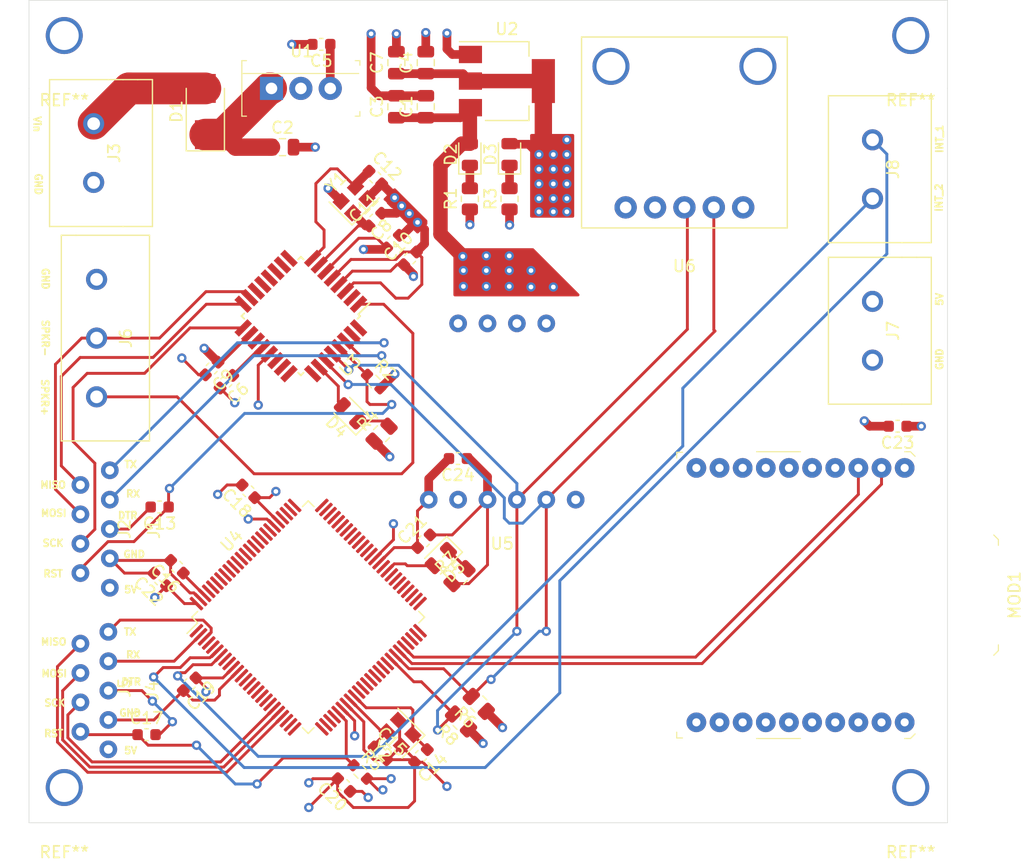
<source format=kicad_pcb>
(kicad_pcb (version 20171130) (host pcbnew 5.1.9-73d0e3b20d~88~ubuntu18.04.1)
  (layers (0 F.Cu signal) (1 In1.Cu signal hide) (2 In2.Cu signal) (31 B.Cu signal) (34 B.Paste user) (35 F.Paste user) (36 B.SilkS user) (37 F.SilkS user) (38 B.Mask user) (39 F.Mask user) (44 Edge.Cuts user))
  (net 0 "")
  (net 1 GND)
  (net 2 +5V)
  (net 3 +BATT)
  (net 4 +3V3)
  (net 5 "Net-(C6-Pad1)")
  (net 6 328P_XTAL1_CON)
  (net 7 328P_XTAL2_CON)
  (net 8 "Net-(C13-Pad2)")
  (net 9 328P_RESET_CON)
  (net 10 2560_XTAL1_CON)
  (net 11 2560_XTAL2_CON)
  (net 12 "Net-(C16-Pad1)")
  (net 13 "Net-(C17-Pad2)")
  (net 14 2560_RESET_CON)
  (net 15 "Net-(D1-Pad2)")
  (net 16 "Net-(D2-Pad1)")
  (net 17 "Net-(D3-Pad1)")
  (net 18 TALKING_STATUS)
  (net 19 "Net-(D4-Pad1)")
  (net 20 "Net-(D5-Pad2)")
  (net 21 "Net-(D5-Pad1)")
  (net 22 328P_TX_CON)
  (net 23 328P_RX_CON)
  (net 24 328P_MISO_CON)
  (net 25 328P_MOSI_CON)
  (net 26 328P_SCK_CON)
  (net 27 2560_TX_CON)
  (net 28 2560_RX_CON)
  (net 29 2560_MISO_CON)
  (net 30 2560_MOSI_CON)
  (net 31 2560_SCK_CON)
  (net 32 SPKR_NON_INVERTING)
  (net 33 INT1_CON)
  (net 34 INT2_CON)
  (net 35 "Net-(MOD1-Pad20)")
  (net 36 "Net-(MOD1-Pad19)")
  (net 37 "Net-(MOD1-Pad18)")
  (net 38 "Net-(MOD1-Pad17)")
  (net 39 "Net-(MOD1-Pad16)")
  (net 40 "Net-(MOD1-Pad15)")
  (net 41 "Net-(MOD1-Pad14)")
  (net 42 "Net-(MOD1-Pad13)")
  (net 43 "Net-(MOD1-Pad12)")
  (net 44 "Net-(MOD1-Pad11)")
  (net 45 "Net-(MOD1-Pad9)")
  (net 46 "Net-(MOD1-Pad8)")
  (net 47 "Net-(MOD1-Pad7)")
  (net 48 "Net-(MOD1-Pad6)")
  (net 49 "Net-(MOD1-Pad5)")
  (net 50 "Net-(MOD1-Pad4)")
  (net 51 XBEE_RX)
  (net 52 XBEE_TX)
  (net 53 2560_SDA_CON)
  (net 54 2560_SCL_CON)
  (net 55 "Net-(U3-Pad32)")
  (net 56 "Net-(U3-Pad25)")
  (net 57 "Net-(U3-Pad24)")
  (net 58 "Net-(U3-Pad23)")
  (net 59 "Net-(U3-Pad22)")
  (net 60 "Net-(U3-Pad19)")
  (net 61 "Net-(U3-Pad14)")
  (net 62 "Net-(U3-Pad13)")
  (net 63 "Net-(U3-Pad12)")
  (net 64 "Net-(U3-Pad11)")
  (net 65 "Net-(U3-Pad10)")
  (net 66 "Net-(U3-Pad9)")
  (net 67 "Net-(U3-Pad2)")
  (net 68 "Net-(U4-Pad97)")
  (net 69 "Net-(U4-Pad96)")
  (net 70 "Net-(U4-Pad95)")
  (net 71 "Net-(U4-Pad94)")
  (net 72 "Net-(U4-Pad93)")
  (net 73 "Net-(U4-Pad92)")
  (net 74 "Net-(U4-Pad91)")
  (net 75 "Net-(U4-Pad90)")
  (net 76 "Net-(U4-Pad89)")
  (net 77 "Net-(U4-Pad88)")
  (net 78 "Net-(U4-Pad87)")
  (net 79 "Net-(U4-Pad86)")
  (net 80 "Net-(U4-Pad85)")
  (net 81 "Net-(U4-Pad84)")
  (net 82 "Net-(U4-Pad83)")
  (net 83 "Net-(U4-Pad82)")
  (net 84 "Net-(U4-Pad79)")
  (net 85 "Net-(U4-Pad78)")
  (net 86 "Net-(U4-Pad77)")
  (net 87 "Net-(U4-Pad76)")
  (net 88 "Net-(U4-Pad75)")
  (net 89 "Net-(U4-Pad74)")
  (net 90 "Net-(U4-Pad73)")
  (net 91 "Net-(U4-Pad72)")
  (net 92 "Net-(U4-Pad71)")
  (net 93 "Net-(U4-Pad70)")
  (net 94 "Net-(U4-Pad69)")
  (net 95 "Net-(U4-Pad68)")
  (net 96 "Net-(U4-Pad67)")
  (net 97 "Net-(U4-Pad66)")
  (net 98 "Net-(U4-Pad65)")
  (net 99 "Net-(U4-Pad64)")
  (net 100 "Net-(U4-Pad63)")
  (net 101 "Net-(U4-Pad60)")
  (net 102 "Net-(U4-Pad58)")
  (net 103 "Net-(U4-Pad57)")
  (net 104 "Net-(U4-Pad56)")
  (net 105 "Net-(U4-Pad55)")
  (net 106 "Net-(U4-Pad54)")
  (net 107 "Net-(U4-Pad53)")
  (net 108 "Net-(U4-Pad52)")
  (net 109 "Net-(U4-Pad51)")
  (net 110 "Net-(U4-Pad50)")
  (net 111 "Net-(U4-Pad49)")
  (net 112 "Net-(U4-Pad48)")
  (net 113 "Net-(U4-Pad47)")
  (net 114 "Net-(U4-Pad42)")
  (net 115 "Net-(U4-Pad41)")
  (net 116 "Net-(U4-Pad40)")
  (net 117 "Net-(U4-Pad39)")
  (net 118 "Net-(U4-Pad38)")
  (net 119 "Net-(U4-Pad37)")
  (net 120 "Net-(U4-Pad36)")
  (net 121 "Net-(U4-Pad35)")
  (net 122 "Net-(U4-Pad29)")
  (net 123 "Net-(U4-Pad28)")
  (net 124 "Net-(U4-Pad27)")
  (net 125 "Net-(U4-Pad26)")
  (net 126 "Net-(U4-Pad25)")
  (net 127 "Net-(U4-Pad24)")
  (net 128 "Net-(U4-Pad23)")
  (net 129 "Net-(U4-Pad19)")
  (net 130 "Net-(U4-Pad18)")
  (net 131 "Net-(U4-Pad17)")
  (net 132 "Net-(U4-Pad16)")
  (net 133 "Net-(U4-Pad15)")
  (net 134 "Net-(U4-Pad14)")
  (net 135 "Net-(U4-Pad13)")
  (net 136 "Net-(U4-Pad12)")
  (net 137 "Net-(U4-Pad9)")
  (net 138 "Net-(U4-Pad8)")
  (net 139 "Net-(U4-Pad5)")
  (net 140 "Net-(U4-Pad4)")
  (net 141 "Net-(U4-Pad1)")
  (net 142 "Net-(U5-Pad10)")
  (net 143 "Net-(U5-Pad9)")
  (net 144 "Net-(U5-Pad8)")
  (net 145 "Net-(U5-Pad7)")
  (net 146 "Net-(U5-Pad6)")
  (net 147 "Net-(U5-Pad2)")
  (net 148 "Net-(U6-Pad5)")
  (module wireless-hand-held-controller:mounting_hole (layer F.Cu) (at 112.268 89.408)
    (fp_text reference REF** (at 0 5.588) (layer F.SilkS))
    (fp_text value mounting_hole)
    (pad "" thru_hole circle (at 0 0) (size 3.2 3.2) (drill 2.5) (layers *.Cu *.Mask))
  )
  (module wireless-hand-held-controller:mounting_hole (layer F.Cu) (at 185.42 89.408)
    (fp_text reference REF** (at 0 5.588) (layer F.SilkS))
    (fp_text value mounting_hole)
    (pad "" thru_hole circle (at 0 0) (size 3.2 3.2) (drill 2.5) (layers *.Cu *.Mask))
  )
  (module wireless-hand-held-controller:mounting_hole (layer F.Cu) (at 185.42 154.432)
    (fp_text reference REF** (at 0 5.588) (layer F.SilkS))
    (fp_text value mounting_hole)
    (pad "" thru_hole circle (at 0 0) (size 3.2 3.2) (drill 2.5) (layers *.Cu *.Mask))
  )
  (module wireless-hand-held-controller:mounting_hole (layer F.Cu) (at 112.268 154.432)
    (fp_text reference REF** (at 0 5.588) (layer F.SilkS))
    (fp_text value mounting_hole)
    (pad "" thru_hole circle (at 0 0) (size 3.2 3.2) (drill 2.5) (layers *.Cu *.Mask))
  )
  (module Capacitor_SMD:C_0603_1608Metric (layer F.Cu) (at 146.291 125.984 180)
    (fp_text reference C24 (at 0 -1.43) (layer F.SilkS))
    (fp_text value 100n)
    (pad 2 smd roundrect (at 0.775 0 180) (size 0.9 0.95) (layers F.Cu F.Paste F.Mask) (net 2 +5V))
    (pad 1 smd roundrect (at -0.775 0 180) (size 0.9 0.95) (layers F.Cu F.Paste F.Mask) (net 1 GND))
  )
  (module Crystal:Crystal_SMD_2520-4Pin_2.5x2.0mm (layer F.Cu) (at 141.278707 149.736256 135)
    (fp_text reference Y2 (at 0 -2.2 135) (layer F.SilkS))
    (fp_text value 16Mhz)
    (pad 4 smd rect (at -0.875 -0.7 135) (size 1.15 1) (layers F.Cu F.Paste F.Mask) (net 1 GND))
    (pad 3 smd rect (at 0.875 -0.7 135) (size 1.15 1) (layers F.Cu F.Paste F.Mask) (net 11 2560_XTAL2_CON))
    (pad 2 smd rect (at 0.875 0.7 135) (size 1.15 1) (layers F.Cu F.Paste F.Mask) (net 1 GND))
    (pad 1 smd rect (at -0.875 0.7 135) (size 1.15 1) (layers F.Cu F.Paste F.Mask) (net 10 2560_XTAL1_CON))
  )
  (module Crystal:Crystal_SMD_2520-4Pin_2.5x2.0mm (layer F.Cu) (at 137.316307 103.628744 45)
    (fp_text reference Y1 (at 0 -2.2 45) (layer F.SilkS))
    (fp_text value 16Mhz)
    (pad 4 smd rect (at -0.875 -0.7 45) (size 1.15 1) (layers F.Cu F.Paste F.Mask) (net 1 GND))
    (pad 3 smd rect (at 0.875 -0.7 45) (size 1.15 1) (layers F.Cu F.Paste F.Mask) (net 7 328P_XTAL2_CON))
    (pad 2 smd rect (at 0.875 0.7 45) (size 1.15 1) (layers F.Cu F.Paste F.Mask) (net 1 GND))
    (pad 1 smd rect (at -0.875 0.7 45) (size 1.15 1) (layers F.Cu F.Paste F.Mask) (net 6 328P_XTAL1_CON))
  )
  (module wireless-hand-held-controller:DRV2605L (layer F.Cu) (at 165.862 106.045)
    (fp_text reference U6 (at 0 3.302) (layer F.SilkS))
    (fp_text value DRV2605L)
    (pad "" thru_hole circle (at -6.35 -13.97) (size 3.2 3.2) (drill 2.5) (layers *.Cu *.Mask))
    (pad "" thru_hole circle (at 6.35 -13.97) (size 3.2 3.2) (drill 2.5) (layers *.Cu *.Mask))
    (pad 5 thru_hole circle (at 5.08 -1.778) (size 1.9304 1.9304) (drill 1) (layers *.Cu *.Mask) (net 148 "Net-(U6-Pad5)"))
    (pad 4 thru_hole circle (at 2.54 -1.778) (size 1.9304 1.9304) (drill 1) (layers *.Cu *.Mask) (net 53 2560_SDA_CON))
    (pad 3 thru_hole circle (at 0 -1.778) (size 1.9304 1.9304) (drill 1) (layers *.Cu *.Mask) (net 54 2560_SCL_CON))
    (pad 2 thru_hole circle (at -2.54 -1.778) (size 1.9304 1.9304) (drill 1) (layers *.Cu *.Mask) (net 1 GND))
    (pad 1 thru_hole circle (at -5.08 -1.778) (size 1.9304 1.9304) (drill 1) (layers *.Cu *.Mask) (net 2 +5V))
  )
  (module wireless-hand-held-controller:StemmaBNO055 (layer F.Cu) (at 150.114 123.19)
    (fp_text reference U5 (at 0 10.16) (layer F.SilkS))
    (fp_text value StemmaBNO055)
    (pad 10 thru_hole circle (at 3.81 -8.89) (size 1.524 1.524) (drill 0.762) (layers *.Cu *.Mask) (net 142 "Net-(U5-Pad10)"))
    (pad 9 thru_hole circle (at 1.27 -8.89) (size 1.524 1.524) (drill 0.762) (layers *.Cu *.Mask) (net 143 "Net-(U5-Pad9)"))
    (pad 8 thru_hole circle (at -1.27 -8.89) (size 1.524 1.524) (drill 0.762) (layers *.Cu *.Mask) (net 144 "Net-(U5-Pad8)"))
    (pad 7 thru_hole circle (at -3.81 -8.89) (size 1.524 1.524) (drill 0.762) (layers *.Cu *.Mask) (net 145 "Net-(U5-Pad7)"))
    (pad 6 thru_hole circle (at 6.35 6.35) (size 1.524 1.524) (drill 0.762) (layers *.Cu *.Mask) (net 146 "Net-(U5-Pad6)"))
    (pad 5 thru_hole circle (at 3.81 6.35) (size 1.524 1.524) (drill 0.762) (layers *.Cu *.Mask) (net 53 2560_SDA_CON))
    (pad 4 thru_hole circle (at 1.27 6.35) (size 1.524 1.524) (drill 0.762) (layers *.Cu *.Mask) (net 54 2560_SCL_CON))
    (pad 3 thru_hole circle (at -1.27 6.35) (size 1.524 1.524) (drill 0.762) (layers *.Cu *.Mask) (net 1 GND))
    (pad 2 thru_hole circle (at -3.81 6.35) (size 1.524 1.524) (drill 0.762) (layers *.Cu *.Mask) (net 147 "Net-(U5-Pad2)"))
    (pad 1 thru_hole circle (at -6.35 6.35) (size 1.524 1.524) (drill 0.762) (layers *.Cu *.Mask) (net 2 +5V))
  )
  (module Package_QFP:TQFP-100_14x14mm_P0.5mm (layer F.Cu) (at 133.35 139.7 45)
    (fp_text reference U4 (at 0 -9.35 45) (layer F.SilkS))
    (fp_text value ATmega2560-16AU)
    (pad 100 smd roundrect (at -6 -7.6625 45) (size 0.3 1.475) (layers F.Cu F.Paste F.Mask) (net 2 +5V))
    (pad 99 smd roundrect (at -5.5 -7.6625 45) (size 0.3 1.475) (layers F.Cu F.Paste F.Mask) (net 1 GND))
    (pad 98 smd roundrect (at -5 -7.6625 45) (size 0.3 1.475) (layers F.Cu F.Paste F.Mask) (net 12 "Net-(C16-Pad1)"))
    (pad 97 smd roundrect (at -4.5 -7.6625 45) (size 0.3 1.475) (layers F.Cu F.Paste F.Mask) (net 68 "Net-(U4-Pad97)"))
    (pad 96 smd roundrect (at -4 -7.6625 45) (size 0.3 1.475) (layers F.Cu F.Paste F.Mask) (net 69 "Net-(U4-Pad96)"))
    (pad 95 smd roundrect (at -3.5 -7.6625 45) (size 0.3 1.475) (layers F.Cu F.Paste F.Mask) (net 70 "Net-(U4-Pad95)"))
    (pad 94 smd roundrect (at -3 -7.6625 45) (size 0.3 1.475) (layers F.Cu F.Paste F.Mask) (net 71 "Net-(U4-Pad94)"))
    (pad 93 smd roundrect (at -2.5 -7.6625 45) (size 0.3 1.475) (layers F.Cu F.Paste F.Mask) (net 72 "Net-(U4-Pad93)"))
    (pad 92 smd roundrect (at -2 -7.6625 45) (size 0.3 1.475) (layers F.Cu F.Paste F.Mask) (net 73 "Net-(U4-Pad92)"))
    (pad 91 smd roundrect (at -1.5 -7.6625 45) (size 0.3 1.475) (layers F.Cu F.Paste F.Mask) (net 74 "Net-(U4-Pad91)"))
    (pad 90 smd roundrect (at -1 -7.6625 45) (size 0.3 1.475) (layers F.Cu F.Paste F.Mask) (net 75 "Net-(U4-Pad90)"))
    (pad 89 smd roundrect (at -0.5 -7.6625 45) (size 0.3 1.475) (layers F.Cu F.Paste F.Mask) (net 76 "Net-(U4-Pad89)"))
    (pad 88 smd roundrect (at 0 -7.6625 45) (size 0.3 1.475) (layers F.Cu F.Paste F.Mask) (net 77 "Net-(U4-Pad88)"))
    (pad 87 smd roundrect (at 0.5 -7.6625 45) (size 0.3 1.475) (layers F.Cu F.Paste F.Mask) (net 78 "Net-(U4-Pad87)"))
    (pad 86 smd roundrect (at 1 -7.6625 45) (size 0.3 1.475) (layers F.Cu F.Paste F.Mask) (net 79 "Net-(U4-Pad86)"))
    (pad 85 smd roundrect (at 1.5 -7.6625 45) (size 0.3 1.475) (layers F.Cu F.Paste F.Mask) (net 80 "Net-(U4-Pad85)"))
    (pad 84 smd roundrect (at 2 -7.6625 45) (size 0.3 1.475) (layers F.Cu F.Paste F.Mask) (net 81 "Net-(U4-Pad84)"))
    (pad 83 smd roundrect (at 2.5 -7.6625 45) (size 0.3 1.475) (layers F.Cu F.Paste F.Mask) (net 82 "Net-(U4-Pad83)"))
    (pad 82 smd roundrect (at 3 -7.6625 45) (size 0.3 1.475) (layers F.Cu F.Paste F.Mask) (net 83 "Net-(U4-Pad82)"))
    (pad 81 smd roundrect (at 3.5 -7.6625 45) (size 0.3 1.475) (layers F.Cu F.Paste F.Mask) (net 1 GND))
    (pad 80 smd roundrect (at 4 -7.6625 45) (size 0.3 1.475) (layers F.Cu F.Paste F.Mask) (net 2 +5V))
    (pad 79 smd roundrect (at 4.5 -7.6625 45) (size 0.3 1.475) (layers F.Cu F.Paste F.Mask) (net 84 "Net-(U4-Pad79)"))
    (pad 78 smd roundrect (at 5 -7.6625 45) (size 0.3 1.475) (layers F.Cu F.Paste F.Mask) (net 85 "Net-(U4-Pad78)"))
    (pad 77 smd roundrect (at 5.5 -7.6625 45) (size 0.3 1.475) (layers F.Cu F.Paste F.Mask) (net 86 "Net-(U4-Pad77)"))
    (pad 76 smd roundrect (at 6 -7.6625 45) (size 0.3 1.475) (layers F.Cu F.Paste F.Mask) (net 87 "Net-(U4-Pad76)"))
    (pad 75 smd roundrect (at 7.6625 -6 45) (size 1.475 0.3) (layers F.Cu F.Paste F.Mask) (net 88 "Net-(U4-Pad75)"))
    (pad 74 smd roundrect (at 7.6625 -5.5 45) (size 1.475 0.3) (layers F.Cu F.Paste F.Mask) (net 89 "Net-(U4-Pad74)"))
    (pad 73 smd roundrect (at 7.6625 -5 45) (size 1.475 0.3) (layers F.Cu F.Paste F.Mask) (net 90 "Net-(U4-Pad73)"))
    (pad 72 smd roundrect (at 7.6625 -4.5 45) (size 1.475 0.3) (layers F.Cu F.Paste F.Mask) (net 91 "Net-(U4-Pad72)"))
    (pad 71 smd roundrect (at 7.6625 -4 45) (size 1.475 0.3) (layers F.Cu F.Paste F.Mask) (net 92 "Net-(U4-Pad71)"))
    (pad 70 smd roundrect (at 7.6625 -3.5 45) (size 1.475 0.3) (layers F.Cu F.Paste F.Mask) (net 93 "Net-(U4-Pad70)"))
    (pad 69 smd roundrect (at 7.6625 -3 45) (size 1.475 0.3) (layers F.Cu F.Paste F.Mask) (net 94 "Net-(U4-Pad69)"))
    (pad 68 smd roundrect (at 7.6625 -2.5 45) (size 1.475 0.3) (layers F.Cu F.Paste F.Mask) (net 95 "Net-(U4-Pad68)"))
    (pad 67 smd roundrect (at 7.6625 -2 45) (size 1.475 0.3) (layers F.Cu F.Paste F.Mask) (net 96 "Net-(U4-Pad67)"))
    (pad 66 smd roundrect (at 7.6625 -1.5 45) (size 1.475 0.3) (layers F.Cu F.Paste F.Mask) (net 97 "Net-(U4-Pad66)"))
    (pad 65 smd roundrect (at 7.6625 -1 45) (size 1.475 0.3) (layers F.Cu F.Paste F.Mask) (net 98 "Net-(U4-Pad65)"))
    (pad 64 smd roundrect (at 7.6625 -0.5 45) (size 1.475 0.3) (layers F.Cu F.Paste F.Mask) (net 99 "Net-(U4-Pad64)"))
    (pad 63 smd roundrect (at 7.6625 0 45) (size 1.475 0.3) (layers F.Cu F.Paste F.Mask) (net 100 "Net-(U4-Pad63)"))
    (pad 62 smd roundrect (at 7.6625 0.5 45) (size 1.475 0.3) (layers F.Cu F.Paste F.Mask) (net 1 GND))
    (pad 61 smd roundrect (at 7.6625 1 45) (size 1.475 0.3) (layers F.Cu F.Paste F.Mask) (net 2 +5V))
    (pad 60 smd roundrect (at 7.6625 1.5 45) (size 1.475 0.3) (layers F.Cu F.Paste F.Mask) (net 101 "Net-(U4-Pad60)"))
    (pad 59 smd roundrect (at 7.6625 2 45) (size 1.475 0.3) (layers F.Cu F.Paste F.Mask) (net 20 "Net-(D5-Pad2)"))
    (pad 58 smd roundrect (at 7.6625 2.5 45) (size 1.475 0.3) (layers F.Cu F.Paste F.Mask) (net 102 "Net-(U4-Pad58)"))
    (pad 57 smd roundrect (at 7.6625 3 45) (size 1.475 0.3) (layers F.Cu F.Paste F.Mask) (net 103 "Net-(U4-Pad57)"))
    (pad 56 smd roundrect (at 7.6625 3.5 45) (size 1.475 0.3) (layers F.Cu F.Paste F.Mask) (net 104 "Net-(U4-Pad56)"))
    (pad 55 smd roundrect (at 7.6625 4 45) (size 1.475 0.3) (layers F.Cu F.Paste F.Mask) (net 105 "Net-(U4-Pad55)"))
    (pad 54 smd roundrect (at 7.6625 4.5 45) (size 1.475 0.3) (layers F.Cu F.Paste F.Mask) (net 106 "Net-(U4-Pad54)"))
    (pad 53 smd roundrect (at 7.6625 5 45) (size 1.475 0.3) (layers F.Cu F.Paste F.Mask) (net 107 "Net-(U4-Pad53)"))
    (pad 52 smd roundrect (at 7.6625 5.5 45) (size 1.475 0.3) (layers F.Cu F.Paste F.Mask) (net 108 "Net-(U4-Pad52)"))
    (pad 51 smd roundrect (at 7.6625 6 45) (size 1.475 0.3) (layers F.Cu F.Paste F.Mask) (net 109 "Net-(U4-Pad51)"))
    (pad 50 smd roundrect (at 6 7.6625 45) (size 0.3 1.475) (layers F.Cu F.Paste F.Mask) (net 110 "Net-(U4-Pad50)"))
    (pad 49 smd roundrect (at 5.5 7.6625 45) (size 0.3 1.475) (layers F.Cu F.Paste F.Mask) (net 111 "Net-(U4-Pad49)"))
    (pad 48 smd roundrect (at 5 7.6625 45) (size 0.3 1.475) (layers F.Cu F.Paste F.Mask) (net 112 "Net-(U4-Pad48)"))
    (pad 47 smd roundrect (at 4.5 7.6625 45) (size 0.3 1.475) (layers F.Cu F.Paste F.Mask) (net 113 "Net-(U4-Pad47)"))
    (pad 46 smd roundrect (at 4 7.6625 45) (size 0.3 1.475) (layers F.Cu F.Paste F.Mask) (net 51 XBEE_RX))
    (pad 45 smd roundrect (at 3.5 7.6625 45) (size 0.3 1.475) (layers F.Cu F.Paste F.Mask) (net 52 XBEE_TX))
    (pad 44 smd roundrect (at 3 7.6625 45) (size 0.3 1.475) (layers F.Cu F.Paste F.Mask) (net 53 2560_SDA_CON))
    (pad 43 smd roundrect (at 2.5 7.6625 45) (size 0.3 1.475) (layers F.Cu F.Paste F.Mask) (net 54 2560_SCL_CON))
    (pad 42 smd roundrect (at 2 7.6625 45) (size 0.3 1.475) (layers F.Cu F.Paste F.Mask) (net 114 "Net-(U4-Pad42)"))
    (pad 41 smd roundrect (at 1.5 7.6625 45) (size 0.3 1.475) (layers F.Cu F.Paste F.Mask) (net 115 "Net-(U4-Pad41)"))
    (pad 40 smd roundrect (at 1 7.6625 45) (size 0.3 1.475) (layers F.Cu F.Paste F.Mask) (net 116 "Net-(U4-Pad40)"))
    (pad 39 smd roundrect (at 0.5 7.6625 45) (size 0.3 1.475) (layers F.Cu F.Paste F.Mask) (net 117 "Net-(U4-Pad39)"))
    (pad 38 smd roundrect (at 0 7.6625 45) (size 0.3 1.475) (layers F.Cu F.Paste F.Mask) (net 118 "Net-(U4-Pad38)"))
    (pad 37 smd roundrect (at -0.5 7.6625 45) (size 0.3 1.475) (layers F.Cu F.Paste F.Mask) (net 119 "Net-(U4-Pad37)"))
    (pad 36 smd roundrect (at -1 7.6625 45) (size 0.3 1.475) (layers F.Cu F.Paste F.Mask) (net 120 "Net-(U4-Pad36)"))
    (pad 35 smd roundrect (at -1.5 7.6625 45) (size 0.3 1.475) (layers F.Cu F.Paste F.Mask) (net 121 "Net-(U4-Pad35)"))
    (pad 34 smd roundrect (at -2 7.6625 45) (size 0.3 1.475) (layers F.Cu F.Paste F.Mask) (net 10 2560_XTAL1_CON))
    (pad 33 smd roundrect (at -2.5 7.6625 45) (size 0.3 1.475) (layers F.Cu F.Paste F.Mask) (net 11 2560_XTAL2_CON))
    (pad 32 smd roundrect (at -3 7.6625 45) (size 0.3 1.475) (layers F.Cu F.Paste F.Mask) (net 1 GND))
    (pad 31 smd roundrect (at -3.5 7.6625 45) (size 0.3 1.475) (layers F.Cu F.Paste F.Mask) (net 2 +5V))
    (pad 30 smd roundrect (at -4 7.6625 45) (size 0.3 1.475) (layers F.Cu F.Paste F.Mask) (net 14 2560_RESET_CON))
    (pad 29 smd roundrect (at -4.5 7.6625 45) (size 0.3 1.475) (layers F.Cu F.Paste F.Mask) (net 122 "Net-(U4-Pad29)"))
    (pad 28 smd roundrect (at -5 7.6625 45) (size 0.3 1.475) (layers F.Cu F.Paste F.Mask) (net 123 "Net-(U4-Pad28)"))
    (pad 27 smd roundrect (at -5.5 7.6625 45) (size 0.3 1.475) (layers F.Cu F.Paste F.Mask) (net 124 "Net-(U4-Pad27)"))
    (pad 26 smd roundrect (at -6 7.6625 45) (size 0.3 1.475) (layers F.Cu F.Paste F.Mask) (net 125 "Net-(U4-Pad26)"))
    (pad 25 smd roundrect (at -7.6625 6 45) (size 1.475 0.3) (layers F.Cu F.Paste F.Mask) (net 126 "Net-(U4-Pad25)"))
    (pad 24 smd roundrect (at -7.6625 5.5 45) (size 1.475 0.3) (layers F.Cu F.Paste F.Mask) (net 127 "Net-(U4-Pad24)"))
    (pad 23 smd roundrect (at -7.6625 5 45) (size 1.475 0.3) (layers F.Cu F.Paste F.Mask) (net 128 "Net-(U4-Pad23)"))
    (pad 22 smd roundrect (at -7.6625 4.5 45) (size 1.475 0.3) (layers F.Cu F.Paste F.Mask) (net 29 2560_MISO_CON))
    (pad 21 smd roundrect (at -7.6625 4 45) (size 1.475 0.3) (layers F.Cu F.Paste F.Mask) (net 30 2560_MOSI_CON))
    (pad 20 smd roundrect (at -7.6625 3.5 45) (size 1.475 0.3) (layers F.Cu F.Paste F.Mask) (net 31 2560_SCK_CON))
    (pad 19 smd roundrect (at -7.6625 3 45) (size 1.475 0.3) (layers F.Cu F.Paste F.Mask) (net 129 "Net-(U4-Pad19)"))
    (pad 18 smd roundrect (at -7.6625 2.5 45) (size 1.475 0.3) (layers F.Cu F.Paste F.Mask) (net 130 "Net-(U4-Pad18)"))
    (pad 17 smd roundrect (at -7.6625 2 45) (size 1.475 0.3) (layers F.Cu F.Paste F.Mask) (net 131 "Net-(U4-Pad17)"))
    (pad 16 smd roundrect (at -7.6625 1.5 45) (size 1.475 0.3) (layers F.Cu F.Paste F.Mask) (net 132 "Net-(U4-Pad16)"))
    (pad 15 smd roundrect (at -7.6625 1 45) (size 1.475 0.3) (layers F.Cu F.Paste F.Mask) (net 133 "Net-(U4-Pad15)"))
    (pad 14 smd roundrect (at -7.6625 0.5 45) (size 1.475 0.3) (layers F.Cu F.Paste F.Mask) (net 134 "Net-(U4-Pad14)"))
    (pad 13 smd roundrect (at -7.6625 0 45) (size 1.475 0.3) (layers F.Cu F.Paste F.Mask) (net 135 "Net-(U4-Pad13)"))
    (pad 12 smd roundrect (at -7.6625 -0.5 45) (size 1.475 0.3) (layers F.Cu F.Paste F.Mask) (net 136 "Net-(U4-Pad12)"))
    (pad 11 smd roundrect (at -7.6625 -1 45) (size 1.475 0.3) (layers F.Cu F.Paste F.Mask) (net 1 GND))
    (pad 10 smd roundrect (at -7.6625 -1.5 45) (size 1.475 0.3) (layers F.Cu F.Paste F.Mask) (net 2 +5V))
    (pad 9 smd roundrect (at -7.6625 -2 45) (size 1.475 0.3) (layers F.Cu F.Paste F.Mask) (net 137 "Net-(U4-Pad9)"))
    (pad 8 smd roundrect (at -7.6625 -2.5 45) (size 1.475 0.3) (layers F.Cu F.Paste F.Mask) (net 138 "Net-(U4-Pad8)"))
    (pad 7 smd roundrect (at -7.6625 -3 45) (size 1.475 0.3) (layers F.Cu F.Paste F.Mask) (net 34 INT2_CON))
    (pad 6 smd roundrect (at -7.6625 -3.5 45) (size 1.475 0.3) (layers F.Cu F.Paste F.Mask) (net 33 INT1_CON))
    (pad 5 smd roundrect (at -7.6625 -4 45) (size 1.475 0.3) (layers F.Cu F.Paste F.Mask) (net 139 "Net-(U4-Pad5)"))
    (pad 4 smd roundrect (at -7.6625 -4.5 45) (size 1.475 0.3) (layers F.Cu F.Paste F.Mask) (net 140 "Net-(U4-Pad4)"))
    (pad 3 smd roundrect (at -7.6625 -5 45) (size 1.475 0.3) (layers F.Cu F.Paste F.Mask) (net 27 2560_TX_CON))
    (pad 2 smd roundrect (at -7.6625 -5.5 45) (size 1.475 0.3) (layers F.Cu F.Paste F.Mask) (net 28 2560_RX_CON))
    (pad 1 smd roundrect (at -7.6625 -6 45) (size 1.475 0.3) (layers F.Cu F.Paste F.Mask) (net 141 "Net-(U4-Pad1)"))
  )
  (module Package_QFP:TQFP-32_7x7mm_P0.8mm (layer F.Cu) (at 132.715 113.665 225)
    (fp_text reference U3 (at 0 -6.05 45) (layer F.SilkS))
    (fp_text value ATmega328P-AU)
    (pad 32 smd rect (at -2.8 -4.25 315) (size 1.6 0.55) (layers F.Cu F.Paste F.Mask) (net 55 "Net-(U3-Pad32)"))
    (pad 31 smd rect (at -2 -4.25 315) (size 1.6 0.55) (layers F.Cu F.Paste F.Mask) (net 22 328P_TX_CON))
    (pad 30 smd rect (at -1.2 -4.25 315) (size 1.6 0.55) (layers F.Cu F.Paste F.Mask) (net 23 328P_RX_CON))
    (pad 29 smd rect (at -0.4 -4.25 315) (size 1.6 0.55) (layers F.Cu F.Paste F.Mask) (net 9 328P_RESET_CON))
    (pad 28 smd rect (at 0.4 -4.25 315) (size 1.6 0.55) (layers F.Cu F.Paste F.Mask) (net 54 2560_SCL_CON))
    (pad 27 smd rect (at 1.2 -4.25 315) (size 1.6 0.55) (layers F.Cu F.Paste F.Mask) (net 53 2560_SDA_CON))
    (pad 26 smd rect (at 2 -4.25 315) (size 1.6 0.55) (layers F.Cu F.Paste F.Mask) (net 18 TALKING_STATUS))
    (pad 25 smd rect (at 2.8 -4.25 315) (size 1.6 0.55) (layers F.Cu F.Paste F.Mask) (net 56 "Net-(U3-Pad25)"))
    (pad 24 smd rect (at 4.25 -2.8 225) (size 1.6 0.55) (layers F.Cu F.Paste F.Mask) (net 57 "Net-(U3-Pad24)"))
    (pad 23 smd rect (at 4.25 -2 225) (size 1.6 0.55) (layers F.Cu F.Paste F.Mask) (net 58 "Net-(U3-Pad23)"))
    (pad 22 smd rect (at 4.25 -1.2 225) (size 1.6 0.55) (layers F.Cu F.Paste F.Mask) (net 59 "Net-(U3-Pad22)"))
    (pad 21 smd rect (at 4.25 -0.4 225) (size 1.6 0.55) (layers F.Cu F.Paste F.Mask) (net 1 GND))
    (pad 20 smd rect (at 4.25 0.4 225) (size 1.6 0.55) (layers F.Cu F.Paste F.Mask) (net 5 "Net-(C6-Pad1)"))
    (pad 19 smd rect (at 4.25 1.2 225) (size 1.6 0.55) (layers F.Cu F.Paste F.Mask) (net 60 "Net-(U3-Pad19)"))
    (pad 18 smd rect (at 4.25 2 225) (size 1.6 0.55) (layers F.Cu F.Paste F.Mask) (net 2 +5V))
    (pad 17 smd rect (at 4.25 2.8 225) (size 1.6 0.55) (layers F.Cu F.Paste F.Mask) (net 26 328P_SCK_CON))
    (pad 16 smd rect (at 2.8 4.25 315) (size 1.6 0.55) (layers F.Cu F.Paste F.Mask) (net 24 328P_MISO_CON))
    (pad 15 smd rect (at 2 4.25 315) (size 1.6 0.55) (layers F.Cu F.Paste F.Mask) (net 25 328P_MOSI_CON))
    (pad 14 smd rect (at 1.2 4.25 315) (size 1.6 0.55) (layers F.Cu F.Paste F.Mask) (net 61 "Net-(U3-Pad14)"))
    (pad 13 smd rect (at 0.4 4.25 315) (size 1.6 0.55) (layers F.Cu F.Paste F.Mask) (net 62 "Net-(U3-Pad13)"))
    (pad 12 smd rect (at -0.4 4.25 315) (size 1.6 0.55) (layers F.Cu F.Paste F.Mask) (net 63 "Net-(U3-Pad12)"))
    (pad 11 smd rect (at -1.2 4.25 315) (size 1.6 0.55) (layers F.Cu F.Paste F.Mask) (net 64 "Net-(U3-Pad11)"))
    (pad 10 smd rect (at -2 4.25 315) (size 1.6 0.55) (layers F.Cu F.Paste F.Mask) (net 65 "Net-(U3-Pad10)"))
    (pad 9 smd rect (at -2.8 4.25 315) (size 1.6 0.55) (layers F.Cu F.Paste F.Mask) (net 66 "Net-(U3-Pad9)"))
    (pad 8 smd rect (at -4.25 2.8 225) (size 1.6 0.55) (layers F.Cu F.Paste F.Mask) (net 7 328P_XTAL2_CON))
    (pad 7 smd rect (at -4.25 2 225) (size 1.6 0.55) (layers F.Cu F.Paste F.Mask) (net 6 328P_XTAL1_CON))
    (pad 6 smd rect (at -4.25 1.2 225) (size 1.6 0.55) (layers F.Cu F.Paste F.Mask) (net 2 +5V))
    (pad 5 smd rect (at -4.25 0.4 225) (size 1.6 0.55) (layers F.Cu F.Paste F.Mask) (net 1 GND))
    (pad 4 smd rect (at -4.25 -0.4 225) (size 1.6 0.55) (layers F.Cu F.Paste F.Mask) (net 2 +5V))
    (pad 3 smd rect (at -4.25 -1.2 225) (size 1.6 0.55) (layers F.Cu F.Paste F.Mask) (net 1 GND))
    (pad 2 smd rect (at -4.25 -2 225) (size 1.6 0.55) (layers F.Cu F.Paste F.Mask) (net 67 "Net-(U3-Pad2)"))
    (pad 1 smd rect (at -4.25 -2.8 225) (size 1.6 0.55) (layers F.Cu F.Paste F.Mask) (net 32 SPKR_NON_INVERTING))
  )
  (module Package_TO_SOT_SMD:SOT-223-3_TabPin2 (layer F.Cu) (at 150.52 93.345)
    (fp_text reference U2 (at 0 -4.5) (layer F.SilkS))
    (fp_text value AMS1117-3.3)
    (pad 1 smd rect (at -3.15 -2.3) (size 2 1.5) (layers F.Cu F.Paste F.Mask) (net 1 GND))
    (pad 3 smd rect (at -3.15 2.3) (size 2 1.5) (layers F.Cu F.Paste F.Mask) (net 2 +5V))
    (pad 2 smd rect (at -3.15 0) (size 2 1.5) (layers F.Cu F.Paste F.Mask) (net 4 +3V3))
    (pad 2 smd rect (at 3.15 0) (size 2 3.8) (layers F.Cu F.Paste F.Mask) (net 4 +3V3))
  )
  (module digikey-footprints:TO-220-3 (layer F.Cu) (at 130.175 93.98)
    (fp_text reference U1 (at 2.62 -3.22) (layer F.SilkS))
    (fp_text value L7805CV)
    (pad 3 thru_hole circle (at 5.08 0) (size 2 2) (drill 1) (layers *.Cu *.Mask) (net 2 +5V))
    (pad 2 thru_hole circle (at 2.54 0) (size 2 2) (drill 1) (layers *.Cu *.Mask) (net 1 GND))
    (pad 1 thru_hole rect (at 0 0) (size 2 2) (drill 1) (layers *.Cu *.Mask) (net 3 +BATT))
  )
  (module Resistor_SMD:R_0805_2012Metric (layer F.Cu) (at 146.558 148.717 135)
    (fp_text reference R8 (at 0 -1.65 135) (layer F.SilkS))
    (fp_text value 4.7k)
    (pad 2 smd roundrect (at 0.9125 0 135) (size 1.025 1.4) (layers F.Cu F.Paste F.Mask) (roundrect_rratio 0.2439014634146341) (net 54 2560_SCL_CON))
    (pad 1 smd roundrect (at -0.9125 0 135) (size 1.025 1.4) (layers F.Cu F.Paste F.Mask) (roundrect_rratio 0.2439014634146341) (net 2 +5V))
  )
  (module Resistor_SMD:R_0805_2012Metric (layer F.Cu) (at 146.420765 136.154235 45)
    (fp_text reference R7 (at 0 -1.65 45) (layer F.SilkS))
    (fp_text value 4.7k)
    (pad 2 smd roundrect (at 0.9125 0 45) (size 1.025 1.4) (layers F.Cu F.Paste F.Mask) (roundrect_rratio 0.2439014634146341) (net 21 "Net-(D5-Pad1)"))
    (pad 1 smd roundrect (at -0.9125 0 45) (size 1.025 1.4) (layers F.Cu F.Paste F.Mask) (roundrect_rratio 0.2439014634146341) (net 1 GND))
  )
  (module Resistor_SMD:R_0805_2012Metric (layer F.Cu) (at 148.092235 147.203235 135)
    (fp_text reference R6 (at 0 -1.65 135) (layer F.SilkS))
    (fp_text value 4.7k)
    (pad 2 smd roundrect (at 0.9125 0 135) (size 1.025 1.4) (layers F.Cu F.Paste F.Mask) (roundrect_rratio 0.2439014634146341) (net 53 2560_SDA_CON))
    (pad 1 smd roundrect (at -0.9125 0 135) (size 1.025 1.4) (layers F.Cu F.Paste F.Mask) (roundrect_rratio 0.2439014634146341) (net 2 +5V))
  )
  (module Resistor_SMD:R_0603_1608Metric (layer F.Cu) (at 137.846637 153.086637 315)
    (fp_text reference R5 (at 0 -1.43 135) (layer F.SilkS))
    (fp_text value 10k)
    (pad 2 smd roundrect (at 0.825 0 315) (size 0.8 0.95) (layers F.Cu F.Paste F.Mask) (net 2 +5V))
    (pad 1 smd roundrect (at -0.825 0 315) (size 0.8 0.95) (layers F.Cu F.Paste F.Mask) (net 14 2560_RESET_CON))
  )
  (module Resistor_SMD:R_0805_2012Metric (layer F.Cu) (at 139.689765 123.835235 45)
    (fp_text reference R4 (at 0 -1.65 45) (layer F.SilkS))
    (fp_text value 4.7k)
    (pad 2 smd roundrect (at 0.9125 0 45) (size 1.025 1.4) (layers F.Cu F.Paste F.Mask) (roundrect_rratio 0.2439014634146341) (net 19 "Net-(D4-Pad1)"))
    (pad 1 smd roundrect (at -0.9125 0 45) (size 1.025 1.4) (layers F.Cu F.Paste F.Mask) (roundrect_rratio 0.2439014634146341) (net 1 GND))
  )
  (module Resistor_SMD:R_0805_2012Metric (layer F.Cu) (at 150.749 103.5285 90)
    (fp_text reference R3 (at 0 -1.65 90) (layer F.SilkS))
    (fp_text value 4.7k)
    (pad 2 smd roundrect (at 0.9125 0 90) (size 1.025 1.4) (layers F.Cu F.Paste F.Mask) (roundrect_rratio 0.2439014634146341) (net 17 "Net-(D3-Pad1)"))
    (pad 1 smd roundrect (at -0.9125 0 90) (size 1.025 1.4) (layers F.Cu F.Paste F.Mask) (roundrect_rratio 0.2439014634146341) (net 1 GND))
  )
  (module Resistor_SMD:R_0603_1608Metric (layer F.Cu) (at 139.013363 119.328363 315)
    (fp_text reference R2 (at 0 -1.43 135) (layer F.SilkS))
    (fp_text value 10k)
    (pad 2 smd roundrect (at 0.825 0 315) (size 0.8 0.95) (layers F.Cu F.Paste F.Mask) (net 2 +5V))
    (pad 1 smd roundrect (at -0.825 0 315) (size 0.8 0.95) (layers F.Cu F.Paste F.Mask) (net 9 328P_RESET_CON))
  )
  (module Resistor_SMD:R_0805_2012Metric (layer F.Cu) (at 147.32 103.5285 90)
    (fp_text reference R1 (at 0 -1.65 90) (layer F.SilkS))
    (fp_text value 4.7k)
    (pad 2 smd roundrect (at 0.9125 0 90) (size 1.025 1.4) (layers F.Cu F.Paste F.Mask) (roundrect_rratio 0.2439014634146341) (net 16 "Net-(D2-Pad1)"))
    (pad 1 smd roundrect (at -0.9125 0 90) (size 1.025 1.4) (layers F.Cu F.Paste F.Mask) (roundrect_rratio 0.2439014634146341) (net 1 GND))
  )
  (module digikey-footprints:XBEE-20_THT (layer F.Cu) (at 175.895 137.795 270)
    (fp_text reference MOD1 (at 0 -18.49 90) (layer F.SilkS))
    (fp_text value XB24CZ7WIT-004)
    (pad 20 thru_hole circle (at 11 -9 270) (size 1.7 1.7) (drill 0.7) (layers *.Cu *.Mask) (net 35 "Net-(MOD1-Pad20)"))
    (pad 19 thru_hole circle (at 11 -7 270) (size 1.7 1.7) (drill 0.7) (layers *.Cu *.Mask) (net 36 "Net-(MOD1-Pad19)"))
    (pad 18 thru_hole circle (at 11 -5 270) (size 1.7 1.7) (drill 0.7) (layers *.Cu *.Mask) (net 37 "Net-(MOD1-Pad18)"))
    (pad 17 thru_hole circle (at 11 -3 270) (size 1.7 1.7) (drill 0.7) (layers *.Cu *.Mask) (net 38 "Net-(MOD1-Pad17)"))
    (pad 16 thru_hole circle (at 11 -1 270) (size 1.7 1.7) (drill 0.7) (layers *.Cu *.Mask) (net 39 "Net-(MOD1-Pad16)"))
    (pad 15 thru_hole circle (at 11 1 270) (size 1.7 1.7) (drill 0.7) (layers *.Cu *.Mask) (net 40 "Net-(MOD1-Pad15)"))
    (pad 14 thru_hole circle (at 11 3 270) (size 1.7 1.7) (drill 0.7) (layers *.Cu *.Mask) (net 41 "Net-(MOD1-Pad14)"))
    (pad 13 thru_hole circle (at 11 5 270) (size 1.7 1.7) (drill 0.7) (layers *.Cu *.Mask) (net 42 "Net-(MOD1-Pad13)"))
    (pad 12 thru_hole circle (at 11 7 270) (size 1.7 1.7) (drill 0.7) (layers *.Cu *.Mask) (net 43 "Net-(MOD1-Pad12)"))
    (pad 11 thru_hole circle (at 11 9 270) (size 1.7 1.7) (drill 0.7) (layers *.Cu *.Mask) (net 44 "Net-(MOD1-Pad11)"))
    (pad 10 thru_hole circle (at -11 9 270) (size 1.7 1.7) (drill 0.7) (layers *.Cu *.Mask) (net 1 GND))
    (pad 9 thru_hole circle (at -11 7 270) (size 1.7 1.7) (drill 0.7) (layers *.Cu *.Mask) (net 45 "Net-(MOD1-Pad9)"))
    (pad 8 thru_hole circle (at -11 5 270) (size 1.7 1.7) (drill 0.7) (layers *.Cu *.Mask) (net 46 "Net-(MOD1-Pad8)"))
    (pad 7 thru_hole circle (at -11 3 270) (size 1.7 1.7) (drill 0.7) (layers *.Cu *.Mask) (net 47 "Net-(MOD1-Pad7)"))
    (pad 6 thru_hole circle (at -11 1 270) (size 1.7 1.7) (drill 0.7) (layers *.Cu *.Mask) (net 48 "Net-(MOD1-Pad6)"))
    (pad 5 thru_hole circle (at -11 -1 270) (size 1.7 1.7) (drill 0.7) (layers *.Cu *.Mask) (net 49 "Net-(MOD1-Pad5)"))
    (pad 4 thru_hole circle (at -11 -3 270) (size 1.7 1.7) (drill 0.7) (layers *.Cu *.Mask) (net 50 "Net-(MOD1-Pad4)"))
    (pad 3 thru_hole circle (at -11 -5 270) (size 1.7 1.7) (drill 0.7) (layers *.Cu *.Mask) (net 51 XBEE_RX))
    (pad 2 thru_hole circle (at -11 -7 270) (size 1.7 1.7) (drill 0.7) (layers *.Cu *.Mask) (net 52 XBEE_TX))
    (pad 1 thru_hole circle (at -11 -9 270) (size 1.7 1.7) (drill 0.7) (layers *.Cu *.Mask) (net 4 +3V3))
  )
  (module wireless-hand-held-controller:2-pinScrewTerm (layer F.Cu) (at 183.388 100.965 90)
    (fp_text reference J8 (at 0 0.5 90) (layer F.SilkS))
    (fp_text value External_Interrupts)
    (pad 2 thru_hole circle (at 2.54 -1.27 90) (size 1.824 1.824) (drill 1.1) (layers *.Cu *.Mask) (net 33 INT1_CON))
    (pad 1 thru_hole circle (at -2.54 -1.27 90) (size 1.824 1.824) (drill 1.1) (layers *.Cu *.Mask) (net 34 INT2_CON))
  )
  (module wireless-hand-held-controller:2-pinScrewTerm (layer F.Cu) (at 183.388 114.935 90)
    (fp_text reference J7 (at 0 0.5 90) (layer F.SilkS))
    (fp_text value INT_PWR_CON)
    (pad 2 thru_hole circle (at 2.54 -1.27 90) (size 1.824 1.824) (drill 1.1) (layers *.Cu *.Mask) (net 2 +5V))
    (pad 1 thru_hole circle (at -2.54 -1.27 90) (size 1.824 1.824) (drill 1.1) (layers *.Cu *.Mask) (net 1 GND))
  )
  (module wireless-hand-held-controller:3-pinScrewTerminal (layer F.Cu) (at 117.094 115.57 90)
    (fp_text reference J6 (at 0 0.5 90) (layer F.SilkS))
    (fp_text value "Speaker Conn")
    (pad 3 thru_hole circle (at 5.08 -2.032 90) (size 1.824 1.824) (drill 1.1) (layers *.Cu *.Mask) (net 1 GND))
    (pad 2 thru_hole circle (at 0 -2.032 90) (size 1.824 1.824) (drill 1.1) (layers *.Cu *.Mask) (net 25 328P_MOSI_CON))
    (pad 1 thru_hole circle (at -5.08 -2.032 90) (size 1.824 1.824) (drill 1.1) (layers *.Cu *.Mask) (net 32 SPKR_NON_INVERTING))
  )
  (module wireless-hand-held-controller:fourPinConn (layer F.Cu) (at 113.665 145.796 90)
    (fp_text reference J5 (at 0 3.81 90) (layer F.SilkS))
    (fp_text value 2560_Bootloader_Pins)
    (pad 4 thru_hole circle (at 3.81 0 90) (size 1.524 1.524) (drill 0.762) (layers *.Cu *.Mask) (net 29 2560_MISO_CON))
    (pad 3 thru_hole circle (at 1.27 0 90) (size 1.524 1.524) (drill 0.762) (layers *.Cu *.Mask) (net 30 2560_MOSI_CON))
    (pad 2 thru_hole circle (at -1.27 0 90) (size 1.524 1.524) (drill 0.762) (layers *.Cu *.Mask) (net 31 2560_SCK_CON))
    (pad 1 thru_hole circle (at -3.81 0 90) (size 1.524 1.524) (drill 0.762) (layers *.Cu *.Mask) (net 14 2560_RESET_CON))
  )
  (module wireless-hand-held-controller:fivePinConn (layer F.Cu) (at 116.078 146.05 90)
    (fp_text reference J4 (at 0 3.81 90) (layer F.SilkS))
    (fp_text value 2560_Prog_Pins)
    (pad 5 thru_hole circle (at 5.08 0 90) (size 1.524 1.524) (drill 0.762) (layers *.Cu *.Mask) (net 27 2560_TX_CON))
    (pad 4 thru_hole circle (at 2.54 0 90) (size 1.524 1.524) (drill 0.762) (layers *.Cu *.Mask) (net 28 2560_RX_CON))
    (pad 3 thru_hole circle (at 0 0 90) (size 1.524 1.524) (drill 0.762) (layers *.Cu *.Mask) (net 13 "Net-(C17-Pad2)"))
    (pad 2 thru_hole circle (at -2.54 0 90) (size 1.524 1.524) (drill 0.762) (layers *.Cu *.Mask) (net 1 GND))
    (pad 1 thru_hole circle (at -5.08 0 90) (size 1.524 1.524) (drill 0.762) (layers *.Cu *.Mask) (net 2 +5V))
  )
  (module wireless-hand-held-controller:2-pinScrewTerm (layer F.Cu) (at 116.078 99.568 90)
    (fp_text reference J3 (at 0 0.5 90) (layer F.SilkS))
    (fp_text value "Input Power")
    (pad 2 thru_hole circle (at 2.54 -1.27 90) (size 1.824 1.824) (drill 1.1) (layers *.Cu *.Mask) (net 15 "Net-(D1-Pad2)"))
    (pad 1 thru_hole circle (at -2.54 -1.27 90) (size 1.824 1.824) (drill 1.1) (layers *.Cu *.Mask) (net 1 GND))
  )
  (module wireless-hand-held-controller:fourPinConn (layer F.Cu) (at 113.665 132.08 90)
    (fp_text reference J2 (at 0 3.81 90) (layer F.SilkS))
    (fp_text value 328P_Bootloader_Pins)
    (pad 4 thru_hole circle (at 3.81 0 90) (size 1.524 1.524) (drill 0.762) (layers *.Cu *.Mask) (net 24 328P_MISO_CON))
    (pad 3 thru_hole circle (at 1.27 0 90) (size 1.524 1.524) (drill 0.762) (layers *.Cu *.Mask) (net 25 328P_MOSI_CON))
    (pad 2 thru_hole circle (at -1.27 0 90) (size 1.524 1.524) (drill 0.762) (layers *.Cu *.Mask) (net 26 328P_SCK_CON))
    (pad 1 thru_hole circle (at -3.81 0 90) (size 1.524 1.524) (drill 0.762) (layers *.Cu *.Mask) (net 9 328P_RESET_CON))
  )
  (module wireless-hand-held-controller:fivePinConn (layer F.Cu) (at 116.205 132.08 90)
    (fp_text reference J1 (at 0 3.81 90) (layer F.SilkS))
    (fp_text value 328P_Prog_Pins)
    (pad 5 thru_hole circle (at 5.08 0 90) (size 1.524 1.524) (drill 0.762) (layers *.Cu *.Mask) (net 22 328P_TX_CON))
    (pad 4 thru_hole circle (at 2.54 0 90) (size 1.524 1.524) (drill 0.762) (layers *.Cu *.Mask) (net 23 328P_RX_CON))
    (pad 3 thru_hole circle (at 0 0 90) (size 1.524 1.524) (drill 0.762) (layers *.Cu *.Mask) (net 8 "Net-(C13-Pad2)"))
    (pad 2 thru_hole circle (at -2.54 0 90) (size 1.524 1.524) (drill 0.762) (layers *.Cu *.Mask) (net 1 GND))
    (pad 1 thru_hole circle (at -5.08 0 90) (size 1.524 1.524) (drill 0.762) (layers *.Cu *.Mask) (net 2 +5V))
  )
  (module LED_SMD:LED_0805_2012Metric (layer F.Cu) (at 144.807913 134.592087 225)
    (fp_text reference D5 (at 0 -1.65 45) (layer F.SilkS))
    (fp_text value LED)
    (pad 2 smd roundrect (at 0.9375 0 225) (size 0.975 1.4) (layers F.Cu F.Paste F.Mask) (net 20 "Net-(D5-Pad2)"))
    (pad 1 smd roundrect (at -0.9375 0 225) (size 0.975 1.4) (layers F.Cu F.Paste F.Mask) (net 21 "Net-(D5-Pad1)"))
  )
  (module LED_SMD:LED_0805_2012Metric (layer F.Cu) (at 136.959313 122.074913 135)
    (fp_text reference D4 (at 0 -1.65 135) (layer F.SilkS))
    (fp_text value LED)
    (pad 2 smd roundrect (at 0.9375 0 135) (size 0.975 1.4) (layers F.Cu F.Paste F.Mask) (net 18 TALKING_STATUS))
    (pad 1 smd roundrect (at -0.9375 0 135) (size 0.975 1.4) (layers F.Cu F.Paste F.Mask) (net 19 "Net-(D4-Pad1)"))
  )
  (module LED_SMD:LED_0805_2012Metric (layer F.Cu) (at 150.749 99.695 90)
    (fp_text reference D3 (at 0 -1.65 90) (layer F.SilkS))
    (fp_text value LED)
    (pad 2 smd roundrect (at 0.9375 0 90) (size 0.975 1.4) (layers F.Cu F.Paste F.Mask) (net 4 +3V3))
    (pad 1 smd roundrect (at -0.9375 0 90) (size 0.975 1.4) (layers F.Cu F.Paste F.Mask) (net 17 "Net-(D3-Pad1)"))
  )
  (module LED_SMD:LED_0805_2012Metric (layer F.Cu) (at 147.32 99.695 90)
    (fp_text reference D2 (at 0 -1.65 90) (layer F.SilkS))
    (fp_text value LED)
    (pad 2 smd roundrect (at 0.9375 0 90) (size 0.975 1.4) (layers F.Cu F.Paste F.Mask) (net 2 +5V))
    (pad 1 smd roundrect (at -0.9375 0 90) (size 0.975 1.4) (layers F.Cu F.Paste F.Mask) (net 16 "Net-(D2-Pad1)"))
  )
  (module Diode_SMD:D_SMA (layer F.Cu) (at 124.46 95.980001 90)
    (fp_text reference D1 (at 0 -2.5 90) (layer F.SilkS))
    (fp_text value D_Small)
    (pad 2 smd rect (at 2 0 90) (size 2.5 1.8) (layers F.Cu F.Paste F.Mask) (net 15 "Net-(D1-Pad2)"))
    (pad 1 smd rect (at -2 0 90) (size 2.5 1.8) (layers F.Cu F.Paste F.Mask) (net 3 +BATT))
  )
  (module Capacitor_SMD:C_0603_1608Metric (layer F.Cu) (at 184.29 123.19 180)
    (fp_text reference C23 (at 0 -1.43) (layer F.SilkS))
    (fp_text value 100n)
    (pad 2 smd roundrect (at 0.775 0 180) (size 0.9 0.95) (layers F.Cu F.Paste F.Mask) (net 1 GND))
    (pad 1 smd roundrect (at -0.775 0 180) (size 0.9 0.95) (layers F.Cu F.Paste F.Mask) (net 4 +3V3))
  )
  (module Capacitor_SMD:C_0603_1608Metric (layer F.Cu) (at 120.563008 136.438008 135)
    (fp_text reference C22 (at 0 -1.43 135) (layer F.SilkS))
    (fp_text value 100n)
    (pad 2 smd roundrect (at 0.775 0 135) (size 0.9 0.95) (layers F.Cu F.Paste F.Mask) (net 1 GND))
    (pad 1 smd roundrect (at -0.775 0 135) (size 0.9 0.95) (layers F.Cu F.Paste F.Mask) (net 2 +5V))
  )
  (module Capacitor_SMD:C_0603_1608Metric (layer F.Cu) (at 143.342992 133.136008 45)
    (fp_text reference C21 (at 0 -1.43 45) (layer F.SilkS))
    (fp_text value 100n)
    (pad 2 smd roundrect (at 0.775 0 45) (size 0.9 0.95) (layers F.Cu F.Paste F.Mask) (net 1 GND))
    (pad 1 smd roundrect (at -0.775 0 45) (size 0.9 0.95) (layers F.Cu F.Paste F.Mask) (net 2 +5V))
  )
  (module Capacitor_SMD:C_0603_1608Metric (layer F.Cu) (at 136.438008 154.218008 135)
    (fp_text reference C20 (at 0 -1.43 135) (layer F.SilkS))
    (fp_text value 100n)
    (pad 2 smd roundrect (at 0.775 0 135) (size 0.9 0.95) (layers F.Cu F.Paste F.Mask) (net 1 GND))
    (pad 1 smd roundrect (at -0.775 0 135) (size 0.9 0.95) (layers F.Cu F.Paste F.Mask) (net 2 +5V))
  )
  (module Capacitor_SMD:C_0603_1608Metric (layer F.Cu) (at 123.103008 145.501992 225)
    (fp_text reference C19 (at 0 -1.43 45) (layer F.SilkS))
    (fp_text value 100n)
    (pad 2 smd roundrect (at 0.775 0 225) (size 0.9 0.95) (layers F.Cu F.Paste F.Mask) (net 1 GND))
    (pad 1 smd roundrect (at -0.775 0 225) (size 0.9 0.95) (layers F.Cu F.Paste F.Mask) (net 2 +5V))
  )
  (module Capacitor_SMD:C_0603_1608Metric (layer F.Cu) (at 128.183008 128.818008 135)
    (fp_text reference C18 (at 0 -1.43 135) (layer F.SilkS))
    (fp_text value 100n)
    (pad 2 smd roundrect (at 0.775 0 135) (size 0.9 0.95) (layers F.Cu F.Paste F.Mask) (net 1 GND))
    (pad 1 smd roundrect (at -0.775 0 135) (size 0.9 0.95) (layers F.Cu F.Paste F.Mask) (net 2 +5V))
  )
  (module Capacitor_SMD:C_0603_1608Metric (layer F.Cu) (at 119.38 149.86)
    (fp_text reference C17 (at 0 -1.43) (layer F.SilkS))
    (fp_text value 100n)
    (pad 2 smd roundrect (at 0.775 0) (size 0.9 0.95) (layers F.Cu F.Paste F.Mask) (net 13 "Net-(C17-Pad2)"))
    (pad 1 smd roundrect (at -0.775 0) (size 0.9 0.95) (layers F.Cu F.Paste F.Mask) (net 14 2560_RESET_CON))
  )
  (module Capacitor_SMD:C_0603_1608Metric (layer F.Cu) (at 122.006992 135.341992 135)
    (fp_text reference C16 (at 0 -1.43 135) (layer F.SilkS))
    (fp_text value 100n)
    (pad 2 smd roundrect (at 0.775 0 135) (size 0.9 0.95) (layers F.Cu F.Paste F.Mask) (net 1 GND))
    (pad 1 smd roundrect (at -0.775 0 135) (size 0.9 0.95) (layers F.Cu F.Paste F.Mask) (net 12 "Net-(C16-Pad1)"))
  )
  (module Capacitor_SMD:C_0603_1608Metric (layer F.Cu) (at 139.587608 151.474808 315)
    (fp_text reference C15 (at 0 -1.43 135) (layer F.SilkS))
    (fp_text value 15p)
    (pad 2 smd roundrect (at 0.775 0 315) (size 0.9 0.95) (layers F.Cu F.Paste F.Mask) (net 1 GND))
    (pad 1 smd roundrect (at -0.775 0 315) (size 0.9 0.95) (layers F.Cu F.Paste F.Mask) (net 11 2560_XTAL2_CON))
  )
  (module Capacitor_SMD:C_0603_1608Metric (layer F.Cu) (at 143.092808 151.699592 225)
    (fp_text reference C14 (at 0 -1.43 45) (layer F.SilkS))
    (fp_text value 15p)
    (pad 2 smd roundrect (at 0.775 0 225) (size 0.9 0.95) (layers F.Cu F.Paste F.Mask) (net 1 GND))
    (pad 1 smd roundrect (at -0.775 0 225) (size 0.9 0.95) (layers F.Cu F.Paste F.Mask) (net 10 2560_XTAL1_CON))
  )
  (module Capacitor_SMD:C_0603_1608Metric (layer F.Cu) (at 120.51 130.175 180)
    (fp_text reference C13 (at 0 -1.43) (layer F.SilkS))
    (fp_text value 100n)
    (pad 2 smd roundrect (at 0.775 0 180) (size 0.9 0.95) (layers F.Cu F.Paste F.Mask) (net 8 "Net-(C13-Pad2)"))
    (pad 1 smd roundrect (at -0.775 0 180) (size 0.9 0.95) (layers F.Cu F.Paste F.Mask) (net 9 328P_RESET_CON))
  )
  (module Capacitor_SMD:C_0603_1608Metric (layer F.Cu) (at 139.151992 101.686992 315)
    (fp_text reference C12 (at 0 -1.43 135) (layer F.SilkS))
    (fp_text value 15p)
    (pad 2 smd roundrect (at 0.775 0 315) (size 0.9 0.95) (layers F.Cu F.Paste F.Mask) (net 1 GND))
    (pad 1 smd roundrect (at -0.775 0 315) (size 0.9 0.95) (layers F.Cu F.Paste F.Mask) (net 7 328P_XTAL2_CON))
  )
  (module Capacitor_SMD:C_0603_1608Metric (layer F.Cu) (at 139.151992 105.323008 45)
    (fp_text reference C11 (at 0 -1.43 45) (layer F.SilkS))
    (fp_text value 15p)
    (pad 2 smd roundrect (at 0.775 0 45) (size 0.9 0.95) (layers F.Cu F.Paste F.Mask) (net 1 GND))
    (pad 1 smd roundrect (at -0.775 0 45) (size 0.9 0.95) (layers F.Cu F.Paste F.Mask) (net 6 328P_XTAL1_CON))
  )
  (module Capacitor_SMD:C_0603_1608Metric (layer F.Cu) (at 142.153008 108.671992 45)
    (fp_text reference C10 (at 0 -1.43 45) (layer F.SilkS))
    (fp_text value 100n)
    (pad 2 smd roundrect (at 0.775 0 45) (size 0.9 0.95) (layers F.Cu F.Paste F.Mask) (net 1 GND))
    (pad 1 smd roundrect (at -0.775 0 45) (size 0.9 0.95) (layers F.Cu F.Paste F.Mask) (net 2 +5V))
  )
  (module Capacitor_SMD:C_0603_1608Metric (layer F.Cu) (at 125.008008 118.196992 225)
    (fp_text reference C9 (at 0 -1.43 45) (layer F.SilkS))
    (fp_text value 100n)
    (pad 2 smd roundrect (at 0.775 0 225) (size 0.9 0.95) (layers F.Cu F.Paste F.Mask) (net 1 GND))
    (pad 1 smd roundrect (at -0.775 0 225) (size 0.9 0.95) (layers F.Cu F.Paste F.Mask) (net 2 +5V))
  )
  (module Capacitor_SMD:C_0603_1608Metric (layer F.Cu) (at 140.675992 107.228008 45)
    (fp_text reference C8 (at 0 -1.43 45) (layer F.SilkS))
    (fp_text value 100n)
    (pad 2 smd roundrect (at 0.775 0 45) (size 0.9 0.95) (layers F.Cu F.Paste F.Mask) (net 1 GND))
    (pad 1 smd roundrect (at -0.775 0 45) (size 0.9 0.95) (layers F.Cu F.Paste F.Mask) (net 2 +5V))
  )
  (module Capacitor_SMD:C_0805_2012Metric (layer F.Cu) (at 140.97 91.754999 90)
    (fp_text reference C7 (at 0 -1.68 90) (layer F.SilkS))
    (fp_text value 1u)
    (pad 2 smd roundrect (at 0.95 0 90) (size 1 1.45) (layers F.Cu F.Paste F.Mask) (net 1 GND))
    (pad 1 smd roundrect (at -0.95 0 90) (size 1 1.45) (layers F.Cu F.Paste F.Mask) (net 4 +3V3))
  )
  (module Capacitor_SMD:C_0603_1608Metric (layer F.Cu) (at 126.278008 119.339992 225)
    (fp_text reference C6 (at 0 -1.43 45) (layer F.SilkS))
    (fp_text value 100n)
    (pad 2 smd roundrect (at 0.775 0 225) (size 0.9 0.95) (layers F.Cu F.Paste F.Mask) (net 1 GND))
    (pad 1 smd roundrect (at -0.775 0 225) (size 0.9 0.95) (layers F.Cu F.Paste F.Mask) (net 5 "Net-(C6-Pad1)"))
  )
  (module Capacitor_SMD:C_0603_1608Metric (layer F.Cu) (at 134.48 90.17 180)
    (fp_text reference C5 (at 0 -1.43) (layer F.SilkS))
    (fp_text value 100n)
    (pad 2 smd roundrect (at 0.775 0 180) (size 0.9 0.95) (layers F.Cu F.Paste F.Mask) (net 1 GND))
    (pad 1 smd roundrect (at -0.775 0 180) (size 0.9 0.95) (layers F.Cu F.Paste F.Mask) (net 2 +5V))
  )
  (module Capacitor_SMD:C_0805_2012Metric (layer F.Cu) (at 143.51 91.754999 90)
    (fp_text reference C4 (at 0 -1.68 90) (layer F.SilkS))
    (fp_text value 4.7u)
    (pad 2 smd roundrect (at 0.95 0 90) (size 1 1.45) (layers F.Cu F.Paste F.Mask) (net 1 GND))
    (pad 1 smd roundrect (at -0.95 0 90) (size 1 1.45) (layers F.Cu F.Paste F.Mask) (net 4 +3V3))
  )
  (module Capacitor_SMD:C_0805_2012Metric (layer F.Cu) (at 140.97 95.564999 90)
    (fp_text reference C3 (at 0 -1.68 90) (layer F.SilkS))
    (fp_text value 1u)
    (pad 2 smd roundrect (at 0.95 0 90) (size 1 1.45) (layers F.Cu F.Paste F.Mask) (net 1 GND))
    (pad 1 smd roundrect (at -0.95 0 90) (size 1 1.45) (layers F.Cu F.Paste F.Mask) (net 2 +5V))
  )
  (module Capacitor_SMD:C_0805_2012Metric (layer F.Cu) (at 131.13 99.06)
    (fp_text reference C2 (at 0 -1.68) (layer F.SilkS))
    (fp_text value 330n)
    (pad 2 smd roundrect (at 0.95 0) (size 1 1.45) (layers F.Cu F.Paste F.Mask) (net 1 GND))
    (pad 1 smd roundrect (at -0.95 0) (size 1 1.45) (layers F.Cu F.Paste F.Mask) (net 3 +BATT))
  )
  (module Capacitor_SMD:C_0805_2012Metric (layer F.Cu) (at 143.51 95.564999 90)
    (fp_text reference C1 (at 0 -1.68 90) (layer F.SilkS))
    (fp_text value 4.7u)
    (pad 2 smd roundrect (at 0.95 0 90) (size 1 1.45) (layers F.Cu F.Paste F.Mask) (net 1 GND))
    (pad 1 smd roundrect (at -0.95 0 90) (size 1 1.45) (layers F.Cu F.Paste F.Mask) (net 2 +5V))
  )
  (gr_text INT_1 (at 187.9092 98.3488 90) (layer F.SilkS) (effects (font (size 0.6 0.6))))
  (gr_text INT_2 (at 187.8584 103.4288 90) (layer F.SilkS) (effects (font (size 0.6 0.6))))
  (gr_text 5V (at 187.9092 112.2172 90) (layer F.SilkS) (effects (font (size 0.6 0.6))))
  (gr_text GND (at 187.9092 117.3988 90) (layer F.SilkS) (effects (font (size 0.6 0.6))))
  (gr_text Vin (at 109.9312 97.0788 -90) (layer F.SilkS) (effects (font (size 0.6 0.6))))
  (gr_text GND (at 110.0328 102.2604 270) (layer F.SilkS) (effects (font (size 0.6 0.6))))
  (gr_text SPKR+ (at 110.5916 120.7008 -90) (layer F.SilkS) (effects (font (size 0.6 0.6))))
  (gr_text SPKR- (at 110.6424 115.57 -90) (layer F.SilkS) (effects (font (size 0.6 0.6))))
  (gr_text GND (at 110.6424 110.4392 270) (layer F.SilkS) (effects (font (size 0.6 0.6))))
  (gr_text MISO (at 111.3536 141.8336) (layer F.SilkS) (effects (font (size 0.6 0.6))))
  (gr_text MOSI (at 111.4044 144.5768) (layer F.SilkS) (effects (font (size 0.6 0.6))))
  (gr_text SCK (at 111.4552 147.1168) (layer F.SilkS) (effects (font (size 0.6 0.6))))
  (gr_text RST (at 111.3536 149.7584) (layer F.SilkS) (effects (font (size 0.6 0.6))))
  (gr_text RST (at 111.3028 135.9408) (layer F.SilkS) (effects (font (size 0.6 0.6))))
  (gr_text SCK (at 111.3028 133.2992) (layer F.SilkS) (effects (font (size 0.6 0.6))))
  (gr_text MOSI (at 111.3536 130.7084) (layer F.SilkS) (effects (font (size 0.6 0.6))))
  (gr_text MISO (at 111.3028 128.27) (layer F.SilkS) (effects (font (size 0.6 0.6))))
  (gr_text DTR (at 118.0592 145.288) (layer F.SilkS) (effects (font (size 0.6 0.6))))
  (gr_text RX (at 118.2116 142.9512) (layer F.SilkS) (effects (font (size 0.6 0.6))))
  (gr_text TX (at 117.9576 140.97) (layer F.SilkS) (effects (font (size 0.6 0.6))))
  (gr_text TX (at 118.0084 126.492) (layer F.SilkS) (effects (font (size 0.6 0.6))))
  (gr_text RX (at 118.2116 129.032) (layer F.SilkS) (effects (font (size 0.6 0.6))))
  (gr_text DTR (at 117.7544 130.9116) (layer F.SilkS) (effects (font (size 0.6 0.6))))
  (gr_text GND (at 118.3132 134.2644) (layer F.SilkS) (effects (font (size 0.6 0.6))))
  (gr_text GND (at 117.9576 147.9804) (layer F.SilkS) (effects (font (size 0.6 0.6))))
  (gr_text 5V (at 118.0084 151.2316) (layer F.SilkS) (effects (font (size 0.6 0.6))))
  (gr_text 5V (at 118.0084 137.3124) (layer F.SilkS) (effects (font (size 0.6 0.6))))
  (gr_line (start 185.42 86.36) (end 188.595 86.36) (layer Edge.Cuts) (width 0.05))
  (gr_line (start 185.42 157.48) (end 188.595 157.48) (layer Edge.Cuts) (width 0.05))
  (gr_line (start 109.22 93.98) (end 109.22 86.36) (layer Edge.Cuts) (width 0.05))
  (gr_line (start 188.595 93.98) (end 188.595 86.36) (layer Edge.Cuts) (width 0.05))
  (gr_line (start 109.22 93.98) (end 109.22 96.52) (layer Edge.Cuts) (width 0.05))
  (gr_line (start 185.42 86.36) (end 109.22 86.36) (layer Edge.Cuts) (width 0.05))
  (gr_line (start 188.595 157.48) (end 188.595 93.98) (layer Edge.Cuts) (width 0.05))
  (gr_line (start 109.22 157.48) (end 185.42 157.48) (layer Edge.Cuts) (width 0.05))
  (gr_line (start 109.22 96.52) (end 109.22 157.48) (layer Edge.Cuts) (width 0.05))
  (segment (start 183.515 123.19) (end 181.864 123.19) (width 0.75) (layer F.Cu) (net 1))
  (segment (start 181.864 123.19) (end 181.4068 122.7328) (width 0.75) (layer F.Cu) (net 1))
  (segment (start 181.4068 122.7328) (end 181.4068 122.7328) (width 0.75) (layer F.Cu) (net 1))
  (via (at 181.4068 122.7328) (size 0.8) (drill 0.4) (layers F.Cu B.Cu) (net 1))
  (segment (start 143.51 94.614999) (end 140.97 94.614999) (width 0.75) (layer F.Cu) (net 1))
  (segment (start 140.97 90.804999) (end 140.97 89.2556) (width 0.75) (layer F.Cu) (net 1))
  (segment (start 143.51 90.804999) (end 143.51 89.154) (width 0.75) (layer F.Cu) (net 1))
  (segment (start 140.97 94.614999) (end 139.471399 94.614999) (width 0.75) (layer F.Cu) (net 1))
  (segment (start 139.471399 94.614999) (end 138.7856 93.9292) (width 0.75) (layer F.Cu) (net 1))
  (segment (start 138.7856 93.9292) (end 138.7856 89.2556) (width 0.75) (layer F.Cu) (net 1))
  (segment (start 138.7856 89.2556) (end 138.7856 89.2556) (width 0.75) (layer F.Cu) (net 1))
  (via (at 138.7856 89.2556) (size 0.8) (drill 0.4) (layers F.Cu B.Cu) (net 1))
  (segment (start 140.97 89.2556) (end 140.97 89.2556) (width 0.75) (layer F.Cu) (net 1))
  (via (at 140.97 89.2556) (size 0.8) (drill 0.4) (layers F.Cu B.Cu) (net 1))
  (segment (start 143.51 89.154) (end 143.51 89.154) (width 0.75) (layer F.Cu) (net 1))
  (via (at 143.51 89.154) (size 0.8) (drill 0.4) (layers F.Cu B.Cu) (net 1))
  (segment (start 147.37 91.045) (end 145.8074 91.045) (width 0.75) (layer F.Cu) (net 1))
  (segment (start 145.8074 91.045) (end 145.3388 90.5764) (width 0.75) (layer F.Cu) (net 1))
  (segment (start 145.3388 90.5764) (end 145.3388 89.2048) (width 0.75) (layer F.Cu) (net 1))
  (segment (start 145.3388 89.2048) (end 145.3388 89.2048) (width 0.75) (layer F.Cu) (net 1))
  (via (at 145.3388 89.2048) (size 0.8) (drill 0.4) (layers F.Cu B.Cu) (net 1))
  (segment (start 132.08 99.06) (end 133.9596 99.06) (width 0.75) (layer F.Cu) (net 1))
  (segment (start 133.705 90.17) (end 131.9276 90.17) (width 0.75) (layer F.Cu) (net 1))
  (segment (start 131.9276 90.17) (end 131.9276 90.17) (width 0.75) (layer F.Cu) (net 1))
  (via (at 131.9276 90.17) (size 0.8) (drill 0.4) (layers F.Cu B.Cu) (net 1))
  (segment (start 133.9596 99.06) (end 133.9596 99.06) (width 0.75) (layer F.Cu) (net 1))
  (via (at 133.9596 99.06) (size 0.8) (drill 0.4) (layers F.Cu B.Cu) (net 1))
  (segment (start 150.749 104.441) (end 150.749 105.791) (width 0.75) (layer F.Cu) (net 1))
  (segment (start 147.32 104.441) (end 147.32 105.7656) (width 0.75) (layer F.Cu) (net 1))
  (segment (start 150.749 105.791) (end 150.749 105.791) (width 0.75) (layer F.Cu) (net 1))
  (via (at 150.749 105.791) (size 0.8) (drill 0.4) (layers F.Cu B.Cu) (net 1))
  (segment (start 147.32 105.7656) (end 147.32 105.7656) (width 0.75) (layer F.Cu) (net 1))
  (via (at 147.32 105.7656) (size 0.8) (drill 0.4) (layers F.Cu B.Cu) (net 1))
  (segment (start 142.701016 108.123984) (end 143.4084 107.4166) (width 0.75) (layer F.Cu) (net 1))
  (segment (start 143.4084 107.4166) (end 143.4084 106.172) (width 0.75) (layer F.Cu) (net 1))
  (segment (start 143.4084 106.172) (end 142.6972 105.4608) (width 0.75) (layer F.Cu) (net 1))
  (segment (start 142.6972 105.4608) (end 142.6972 105.4608) (width 0.75) (layer F.Cu) (net 1))
  (segment (start 141.478 106.68) (end 142.6972 105.4608) (width 0.75) (layer F.Cu) (net 1))
  (segment (start 141.224 106.68) (end 141.478 106.68) (width 0.75) (layer F.Cu) (net 1))
  (segment (start 139.7 104.775) (end 140.9954 104.775) (width 0.75) (layer F.Cu) (net 1))
  (segment (start 140.9954 104.775) (end 141.4272 104.3432) (width 0.75) (layer F.Cu) (net 1))
  (segment (start 141.4272 104.3432) (end 141.4272 104.3432) (width 0.75) (layer F.Cu) (net 1))
  (segment (start 138.43 103.505) (end 139.7 102.235) (width 0.75) (layer F.Cu) (net 1))
  (segment (start 139.7 102.235) (end 140.4366 102.9716) (width 0.75) (layer F.Cu) (net 1))
  (segment (start 140.4366 102.9716) (end 140.4366 102.9716) (width 0.75) (layer F.Cu) (net 1))
  (segment (start 136.202614 103.752488) (end 135.066126 102.616) (width 0.75) (layer F.Cu) (net 1))
  (segment (start 135.066126 102.616) (end 135.066126 102.616) (width 0.75) (layer F.Cu) (net 1))
  (via (at 135.066126 102.616) (size 0.8) (drill 0.4) (layers F.Cu B.Cu) (net 1))
  (segment (start 147.066 125.984) (end 147.2692 125.984) (width 0.75) (layer F.Cu) (net 1))
  (segment (start 148.844 127.5588) (end 148.844 129.54) (width 0.75) (layer F.Cu) (net 1))
  (segment (start 147.2692 125.984) (end 148.844 127.5588) (width 0.75) (layer F.Cu) (net 1))
  (segment (start 140.9192 112.1156) (end 140.9192 112.1156) (width 0.25) (layer F.Cu) (net 1))
  (segment (start 141.569628 108.123984) (end 142.701016 108.123984) (width 0.25) (layer F.Cu) (net 1))
  (segment (start 140.923621 108.769991) (end 141.569628 108.123984) (width 0.25) (layer F.Cu) (net 1))
  (segment (start 137.044323 108.769991) (end 140.923621 108.769991) (width 0.25) (layer F.Cu) (net 1))
  (segment (start 135.437361 110.376953) (end 137.044323 108.769991) (width 0.25) (layer F.Cu) (net 1))
  (segment (start 143.168201 108.591169) (end 142.701016 108.123984) (width 0.25) (layer F.Cu) (net 1))
  (segment (start 137.282256 110.7948) (end 139.5984 110.7948) (width 0.25) (layer F.Cu) (net 1))
  (segment (start 143.168201 110.933399) (end 143.168201 108.591169) (width 0.25) (layer F.Cu) (net 1))
  (segment (start 139.5984 110.7948) (end 140.9192 112.1156) (width 0.25) (layer F.Cu) (net 1))
  (segment (start 136.568732 111.508324) (end 137.282256 110.7948) (width 0.25) (layer F.Cu) (net 1))
  (segment (start 140.9192 112.1156) (end 141.986 112.1156) (width 0.25) (layer F.Cu) (net 1))
  (segment (start 141.986 112.1156) (end 143.168201 110.933399) (width 0.25) (layer F.Cu) (net 1))
  (segment (start 139.04453 124.48047) (end 140.39566 125.8316) (width 0.75) (layer F.Cu) (net 1))
  (segment (start 140.39566 125.8316) (end 140.39566 125.8316) (width 0.75) (layer F.Cu) (net 1))
  (via (at 140.39566 125.8316) (size 0.8) (drill 0.4) (layers F.Cu B.Cu) (net 1))
  (via (at 140.8176 103.4288) (size 0.8) (drill 0.4) (layers F.Cu B.Cu) (net 1))
  (segment (start 141.4272 104.3432) (end 141.4272 104.3432) (width 0.75) (layer F.Cu) (net 1))
  (via (at 141.4272 104.14) (size 0.8) (drill 0.4) (layers F.Cu B.Cu) (net 1))
  (via (at 142.0876 104.8004) (size 0.8) (drill 0.4) (layers F.Cu B.Cu) (net 1))
  (segment (start 142.6972 105.4608) (end 142.6972 105.4608) (width 0.75) (layer F.Cu) (net 1))
  (via (at 142.7988 105.5624) (size 0.8) (drill 0.4) (layers F.Cu B.Cu) (net 1))
  (segment (start 120.015 148.59) (end 122.555 146.05) (width 0.25) (layer F.Cu) (net 1))
  (segment (start 116.078 148.59) (end 120.015 148.59) (width 0.25) (layer F.Cu) (net 1))
  (segment (start 142.5448 151.992298) (end 141.402451 150.849949) (width 0.25) (layer F.Cu) (net 1))
  (segment (start 142.5448 152.2476) (end 142.5448 151.992298) (width 0.25) (layer F.Cu) (net 1))
  (segment (start 140.229584 152.022816) (end 141.402451 150.849949) (width 0.25) (layer F.Cu) (net 1))
  (segment (start 140.135616 152.022816) (end 140.229584 152.022816) (width 0.25) (layer F.Cu) (net 1))
  (segment (start 142.320016 152.022816) (end 142.5448 152.2476) (width 0.25) (layer F.Cu) (net 1))
  (segment (start 140.135616 152.022816) (end 142.320016 152.022816) (width 0.25) (layer F.Cu) (net 1))
  (segment (start 142.5448 152.2476) (end 142.5448 155.6004) (width 0.25) (layer F.Cu) (net 1))
  (segment (start 142.5448 155.6004) (end 141.986 156.1592) (width 0.25) (layer F.Cu) (net 1))
  (segment (start 135.89 154.801388) (end 135.89 153.67) (width 0.25) (layer F.Cu) (net 1))
  (segment (start 137.247812 156.1592) (end 135.89 154.801388) (width 0.25) (layer F.Cu) (net 1))
  (segment (start 141.986 156.1592) (end 137.247812 156.1592) (width 0.25) (layer F.Cu) (net 1))
  (segment (start 135.89 153.67) (end 133.7564 153.67) (width 0.25) (layer F.Cu) (net 1))
  (segment (start 133.7564 153.67) (end 133.4008 154.0256) (width 0.25) (layer F.Cu) (net 1))
  (segment (start 133.4008 154.0256) (end 133.4008 154.0256) (width 0.25) (layer F.Cu) (net 1))
  (via (at 133.4008 154.0256) (size 0.8) (drill 0.4) (layers F.Cu B.Cu) (net 1))
  (segment (start 135.89 153.67) (end 133.4008 156.1592) (width 0.25) (layer F.Cu) (net 1))
  (segment (start 133.4008 156.1592) (end 133.4008 156.1592) (width 0.25) (layer F.Cu) (net 1))
  (via (at 133.4008 156.1592) (size 0.8) (drill 0.4) (layers F.Cu B.Cu) (net 1))
  (segment (start 141.250164 148.717764) (end 141.154963 148.622563) (width 0.25) (layer F.Cu) (net 1))
  (segment (start 141.250164 150.697662) (end 141.250164 148.717764) (width 0.25) (layer F.Cu) (net 1))
  (segment (start 141.402451 150.849949) (end 141.250164 150.697662) (width 0.25) (layer F.Cu) (net 1))
  (segment (start 139.004228 152.022816) (end 140.135616 152.022816) (width 0.25) (layer F.Cu) (net 1))
  (segment (start 138.153714 151.172302) (end 139.004228 152.022816) (width 0.25) (layer F.Cu) (net 1))
  (segment (start 138.153714 148.746355) (end 138.153714 151.172302) (width 0.25) (layer F.Cu) (net 1))
  (segment (start 136.646885 147.239526) (end 138.153714 148.746355) (width 0.25) (layer F.Cu) (net 1))
  (segment (start 145.796 132.588) (end 148.844 129.54) (width 0.25) (layer F.Cu) (net 1))
  (segment (start 143.891 132.588) (end 145.796 132.588) (width 0.25) (layer F.Cu) (net 1))
  (segment (start 117.475 135.89) (end 116.205 134.62) (width 0.25) (layer F.Cu) (net 1))
  (segment (start 120.015 135.89) (end 117.475 135.89) (width 0.25) (layer F.Cu) (net 1))
  (segment (start 116.378984 134.793984) (end 116.205 134.62) (width 0.25) (layer F.Cu) (net 1))
  (segment (start 121.458984 134.793984) (end 116.378984 134.793984) (width 0.25) (layer F.Cu) (net 1))
  (segment (start 123.136546 137.602934) (end 121.458984 135.925372) (width 0.25) (layer F.Cu) (net 1))
  (segment (start 121.458984 135.925372) (end 121.458984 134.793984) (width 0.25) (layer F.Cu) (net 1))
  (segment (start 123.474759 137.602934) (end 123.136546 137.602934) (width 0.25) (layer F.Cu) (net 1))
  (segment (start 124.042707 138.170882) (end 123.474759 137.602934) (width 0.25) (layer F.Cu) (net 1))
  (segment (start 127.224688 144.411099) (end 125.6792 145.956587) (width 0.25) (layer F.Cu) (net 1))
  (segment (start 125.6792 145.956587) (end 125.6792 146.4564) (width 0.25) (layer F.Cu) (net 1))
  (segment (start 123.381601 146.876601) (end 122.555 146.05) (width 0.25) (layer F.Cu) (net 1))
  (segment (start 125.258999 146.876601) (end 123.381601 146.876601) (width 0.25) (layer F.Cu) (net 1))
  (segment (start 125.6792 146.4564) (end 125.258999 146.876601) (width 0.25) (layer F.Cu) (net 1))
  (segment (start 130.371328 131.806921) (end 129.780807 131.2164) (width 0.25) (layer F.Cu) (net 1))
  (segment (start 130.406668 131.806921) (end 130.371328 131.806921) (width 0.25) (layer F.Cu) (net 1))
  (segment (start 129.780807 131.2164) (end 128.1684 131.2164) (width 0.25) (layer F.Cu) (net 1))
  (segment (start 128.1684 131.2164) (end 128.1684 131.2164) (width 0.25) (layer F.Cu) (net 1))
  (via (at 128.1684 131.2164) (size 0.8) (drill 0.4) (layers F.Cu B.Cu) (net 1))
  (segment (start 127.635 128.27) (end 126.3396 128.27) (width 0.25) (layer F.Cu) (net 1))
  (segment (start 126.3396 128.27) (end 125.5268 129.0828) (width 0.25) (layer F.Cu) (net 1))
  (segment (start 125.5268 129.0828) (end 125.5268 129.0828) (width 0.25) (layer F.Cu) (net 1))
  (via (at 125.5268 129.0828) (size 0.8) (drill 0.4) (layers F.Cu B.Cu) (net 1))
  (segment (start 125.73 119.888) (end 127 121.158) (width 0.25) (layer F.Cu) (net 1))
  (segment (start 124.46 118.745) (end 123.8758 118.745) (width 0.25) (layer F.Cu) (net 1))
  (segment (start 123.8758 118.745) (end 122.428 117.2972) (width 0.25) (layer F.Cu) (net 1))
  (segment (start 122.428 117.2972) (end 122.428 117.2972) (width 0.25) (layer F.Cu) (net 1))
  (via (at 122.428 117.2972) (size 0.8) (drill 0.4) (layers F.Cu B.Cu) (net 1))
  (segment (start 127 121.158) (end 127 121.158) (width 0.25) (layer F.Cu) (net 1))
  (via (at 127 121.158) (size 0.8) (drill 0.4) (layers F.Cu B.Cu) (net 1))
  (segment (start 129.992639 116.953047) (end 129.032 117.913686) (width 0.25) (layer F.Cu) (net 1))
  (segment (start 129.032 117.913686) (end 129.032 121.3612) (width 0.25) (layer F.Cu) (net 1))
  (segment (start 129.032 121.3612) (end 129.032 121.3612) (width 0.25) (layer F.Cu) (net 1))
  (via (at 129.032 121.3612) (size 0.8) (drill 0.4) (layers F.Cu B.Cu) (net 1))
  (segment (start 139.121759 134.600007) (end 140.716 133.005766) (width 0.25) (layer F.Cu) (net 1))
  (segment (start 139.121759 134.635348) (end 139.121759 134.600007) (width 0.25) (layer F.Cu) (net 1))
  (segment (start 140.716 133.005766) (end 140.716 131.6228) (width 0.25) (layer F.Cu) (net 1))
  (segment (start 140.716 131.6228) (end 140.716 131.6228) (width 0.25) (layer F.Cu) (net 1))
  (via (at 140.716 131.6228) (size 0.8) (drill 0.4) (layers F.Cu B.Cu) (net 1))
  (segment (start 148.844 135.180584) (end 148.844 129.54) (width 0.25) (layer F.Cu) (net 1))
  (segment (start 147.225114 136.79947) (end 148.844 135.180584) (width 0.25) (layer F.Cu) (net 1))
  (segment (start 145.77553 136.79947) (end 147.225114 136.79947) (width 0.25) (layer F.Cu) (net 1))
  (segment (start 142.5448 152.2476) (end 143.256 152.2476) (width 0.25) (layer F.Cu) (net 1))
  (segment (start 143.256 152.2476) (end 145.3388 154.3304) (width 0.25) (layer F.Cu) (net 1))
  (segment (start 145.3388 154.3304) (end 145.3388 154.3304) (width 0.25) (layer F.Cu) (net 1))
  (via (at 145.3388 154.3304) (size 0.8) (drill 0.4) (layers F.Cu B.Cu) (net 1))
  (segment (start 135.255 93.98) (end 135.255 90.17) (width 0.75) (layer F.Cu) (net 2))
  (via (at 146.7104 108.5088) (size 0.8) (drill 0.4) (layers F.Cu B.Cu) (net 2))
  (via (at 146.7612 109.728) (size 0.8) (drill 0.4) (layers F.Cu B.Cu) (net 2))
  (via (at 146.7612 111.0996) (size 0.8) (drill 0.4) (layers F.Cu B.Cu) (net 2))
  (via (at 148.7424 111.0996) (size 0.8) (drill 0.4) (layers F.Cu B.Cu) (net 2))
  (via (at 148.7424 109.728) (size 0.8) (drill 0.4) (layers F.Cu B.Cu) (net 2))
  (via (at 148.7424 108.458) (size 0.8) (drill 0.4) (layers F.Cu B.Cu) (net 2))
  (via (at 150.7236 111.0996) (size 0.8) (drill 0.4) (layers F.Cu B.Cu) (net 2))
  (via (at 150.7236 109.728) (size 0.8) (drill 0.4) (layers F.Cu B.Cu) (net 2))
  (via (at 150.7236 108.458) (size 0.8) (drill 0.4) (layers F.Cu B.Cu) (net 2))
  (via (at 152.6032 111.1504) (size 0.8) (drill 0.4) (layers F.Cu B.Cu) (net 2))
  (via (at 152.6032 109.728) (size 0.8) (drill 0.4) (layers F.Cu B.Cu) (net 2))
  (via (at 154.5336 111.1504) (size 0.8) (drill 0.4) (layers F.Cu B.Cu) (net 2))
  (segment (start 147.32 95.695) (end 147.37 95.645) (width 1.25) (layer F.Cu) (net 2))
  (segment (start 147.32 98.7575) (end 147.32 95.695) (width 1.25) (layer F.Cu) (net 2))
  (segment (start 146.62 98.7575) (end 144.78 100.5975) (width 1.25) (layer F.Cu) (net 2))
  (segment (start 147.32 98.7575) (end 146.62 98.7575) (width 1.25) (layer F.Cu) (net 2))
  (segment (start 144.78 106.5784) (end 146.7104 108.5088) (width 1.25) (layer F.Cu) (net 2))
  (segment (start 144.78 100.5975) (end 144.78 106.5784) (width 1.25) (layer F.Cu) (net 2))
  (segment (start 140.97 96.514999) (end 143.51 96.514999) (width 0.75) (layer F.Cu) (net 2))
  (segment (start 146.500001 96.514999) (end 147.37 95.645) (width 0.75) (layer F.Cu) (net 2))
  (segment (start 143.51 96.514999) (end 146.500001 96.514999) (width 0.75) (layer F.Cu) (net 2))
  (via (at 142.4432 110.236) (size 0.8) (drill 0.4) (layers F.Cu B.Cu) (net 2))
  (via (at 138.1252 107.8992) (size 0.8) (drill 0.4) (layers F.Cu B.Cu) (net 2))
  (segment (start 142.4432 110.0582) (end 141.605 109.22) (width 0.75) (layer F.Cu) (net 2))
  (segment (start 142.4432 110.236) (end 142.4432 110.0582) (width 0.75) (layer F.Cu) (net 2))
  (segment (start 140.0048 107.8992) (end 140.127984 107.776016) (width 0.75) (layer F.Cu) (net 2))
  (segment (start 138.1252 107.8992) (end 140.0048 107.8992) (width 0.75) (layer F.Cu) (net 2))
  (segment (start 143.764 127.736) (end 145.516 125.984) (width 0.75) (layer F.Cu) (net 2))
  (segment (start 143.764 129.54) (end 143.764 127.736) (width 0.75) (layer F.Cu) (net 2))
  (segment (start 136.003047 110.942639) (end 137.166886 109.7788) (width 0.25) (layer F.Cu) (net 2))
  (segment (start 137.166886 109.7788) (end 140.462 109.7788) (width 0.25) (layer F.Cu) (net 2))
  (segment (start 141.0208 109.22) (end 141.605 109.22) (width 0.25) (layer F.Cu) (net 2))
  (segment (start 140.462 109.7788) (end 141.0208 109.22) (width 0.25) (layer F.Cu) (net 2))
  (segment (start 134.871676 109.811268) (end 134.871676 109.781124) (width 0.25) (layer F.Cu) (net 2))
  (segment (start 134.871676 109.781124) (end 137.7188 106.934) (width 0.25) (layer F.Cu) (net 2))
  (segment (start 139.285968 106.934) (end 140.127984 107.776016) (width 0.25) (layer F.Cu) (net 2))
  (segment (start 137.7188 106.934) (end 139.285968 106.934) (width 0.25) (layer F.Cu) (net 2))
  (segment (start 125.902589 117.648984) (end 128.295583 115.25599) (width 0.25) (layer F.Cu) (net 2))
  (segment (start 125.556016 117.648984) (end 125.902589 117.648984) (width 0.25) (layer F.Cu) (net 2))
  (segment (start 139.596726 119.911726) (end 140.839652 118.6688) (width 0.75) (layer F.Cu) (net 2))
  (segment (start 140.839652 118.6688) (end 140.839652 118.6688) (width 0.75) (layer F.Cu) (net 2))
  (via (at 140.839652 118.6688) (size 0.8) (drill 0.4) (layers F.Cu B.Cu) (net 2))
  (segment (start 125.556016 117.648984) (end 124.3584 116.451368) (width 0.75) (layer F.Cu) (net 2))
  (segment (start 124.3584 116.451368) (end 124.3584 116.451368) (width 0.75) (layer F.Cu) (net 2))
  (via (at 124.3584 116.451368) (size 0.8) (drill 0.4) (layers F.Cu B.Cu) (net 2))
  (segment (start 125.974696 144.953984) (end 126.871134 144.057546) (width 0.25) (layer F.Cu) (net 2))
  (segment (start 123.651016 144.953984) (end 125.974696 144.953984) (width 0.25) (layer F.Cu) (net 2))
  (segment (start 138.43 153.67) (end 139.3952 154.6352) (width 0.25) (layer F.Cu) (net 2))
  (segment (start 139.3952 154.6352) (end 139.8016 154.6352) (width 0.25) (layer F.Cu) (net 2))
  (segment (start 136.986016 154.766016) (end 138.002016 154.766016) (width 0.25) (layer F.Cu) (net 2))
  (segment (start 138.002016 154.766016) (end 138.5316 155.2956) (width 0.25) (layer F.Cu) (net 2))
  (segment (start 139.8016 154.6352) (end 139.8016 154.6352) (width 0.25) (layer F.Cu) (net 2))
  (via (at 139.8016 154.6352) (size 0.8) (drill 0.4) (layers F.Cu B.Cu) (net 2))
  (segment (start 138.5316 155.2956) (end 138.5316 155.2956) (width 0.25) (layer F.Cu) (net 2))
  (via (at 138.5316 155.2956) (size 0.8) (drill 0.4) (layers F.Cu B.Cu) (net 2))
  (segment (start 147.203235 149.362235) (end 148.463 150.622) (width 0.75) (layer F.Cu) (net 2))
  (segment (start 148.73747 147.84847) (end 150.1394 149.2504) (width 0.75) (layer F.Cu) (net 2))
  (segment (start 148.463 150.622) (end 148.463 150.622) (width 0.75) (layer F.Cu) (net 2))
  (via (at 148.463 150.622) (size 0.8) (drill 0.4) (layers F.Cu B.Cu) (net 2))
  (segment (start 150.1394 149.2504) (end 150.1394 149.2504) (width 0.75) (layer F.Cu) (net 2))
  (via (at 150.1394 149.2504) (size 0.8) (drill 0.4) (layers F.Cu B.Cu) (net 2))
  (segment (start 136.293332 147.593079) (end 137.3632 148.662947) (width 0.25) (layer F.Cu) (net 2))
  (segment (start 137.3632 148.662947) (end 137.3632 149.9616) (width 0.25) (layer F.Cu) (net 2))
  (segment (start 137.3632 149.9616) (end 137.3632 149.9616) (width 0.25) (layer F.Cu) (net 2))
  (via (at 137.3632 149.9616) (size 0.8) (drill 0.4) (layers F.Cu B.Cu) (net 2))
  (segment (start 140.780197 133.684016) (end 139.475312 134.988901) (width 0.25) (layer F.Cu) (net 2))
  (segment (start 142.794984 133.684016) (end 140.780197 133.684016) (width 0.25) (layer F.Cu) (net 2))
  (segment (start 122.649435 138.524435) (end 121.111016 136.986016) (width 0.25) (layer F.Cu) (net 2))
  (segment (start 123.689154 138.524435) (end 122.649435 138.524435) (width 0.25) (layer F.Cu) (net 2))
  (segment (start 121.111016 136.986016) (end 120.0912 138.005832) (width 0.25) (layer F.Cu) (net 2))
  (segment (start 120.0912 138.005832) (end 120.0912 138.005832) (width 0.25) (layer F.Cu) (net 2))
  (via (at 120.0912 138.005832) (size 0.8) (drill 0.4) (layers F.Cu B.Cu) (net 2))
  (segment (start 123.651016 144.953984) (end 124.5108 145.813768) (width 0.25) (layer F.Cu) (net 2))
  (segment (start 124.5108 145.813768) (end 124.5108 146.1516) (width 0.25) (layer F.Cu) (net 2))
  (segment (start 124.5108 146.1516) (end 124.5108 146.1516) (width 0.25) (layer F.Cu) (net 2))
  (via (at 124.5108 146.1516) (size 0.8) (drill 0.4) (layers F.Cu B.Cu) (net 2))
  (segment (start 128.731016 129.424162) (end 128.731016 129.366016) (width 0.25) (layer F.Cu) (net 2))
  (segment (start 130.760221 131.453367) (end 128.731016 129.424162) (width 0.25) (layer F.Cu) (net 2))
  (segment (start 128.731016 129.366016) (end 130.018784 129.366016) (width 0.25) (layer F.Cu) (net 2))
  (segment (start 130.018784 129.366016) (end 130.556 128.8288) (width 0.25) (layer F.Cu) (net 2))
  (segment (start 130.556 128.8288) (end 130.556 128.8288) (width 0.25) (layer F.Cu) (net 2))
  (via (at 130.556 128.8288) (size 0.8) (drill 0.4) (layers F.Cu B.Cu) (net 2))
  (segment (start 142.794984 130.509016) (end 143.764 129.54) (width 0.25) (layer F.Cu) (net 2))
  (segment (start 142.794984 133.684016) (end 142.794984 130.509016) (width 0.25) (layer F.Cu) (net 2))
  (segment (start 138.43 153.67) (end 140.5128 153.67) (width 0.25) (layer F.Cu) (net 2))
  (segment (start 140.5128 153.67) (end 140.5128 153.67) (width 0.25) (layer F.Cu) (net 2))
  (via (at 140.5128 153.67) (size 0.8) (drill 0.4) (layers F.Cu B.Cu) (net 2))
  (segment (start 124.46 97.980001) (end 125.997199 97.980001) (width 2.75) (layer F.Cu) (net 3))
  (segment (start 129.9972 93.98) (end 130.139999 93.98) (width 2.75) (layer F.Cu) (net 3))
  (segment (start 125.997199 97.980001) (end 129.9972 93.98) (width 2.75) (layer F.Cu) (net 3))
  (segment (start 127.077198 99.06) (end 125.997199 97.980001) (width 1.5) (layer F.Cu) (net 3))
  (segment (start 130.18 99.06) (end 127.077198 99.06) (width 1.5) (layer F.Cu) (net 3))
  (segment (start 153.67 93.345) (end 153.67 98.298) (width 1.5) (layer F.Cu) (net 4))
  (segment (start 147.37 93.345) (end 153.67 93.345) (width 1.25) (layer F.Cu) (net 4))
  (via (at 155.702 98.425) (size 0.8) (drill 0.4) (layers F.Cu B.Cu) (net 4))
  (via (at 155.702 99.695) (size 0.8) (drill 0.4) (layers F.Cu B.Cu) (net 4))
  (via (at 155.702 100.965) (size 0.8) (drill 0.4) (layers F.Cu B.Cu) (net 4))
  (via (at 155.702 102.235) (size 0.8) (drill 0.4) (layers F.Cu B.Cu) (net 4))
  (via (at 155.702 103.505) (size 0.8) (drill 0.4) (layers F.Cu B.Cu) (net 4))
  (via (at 154.5336 104.648) (size 0.8) (drill 0.4) (layers F.Cu B.Cu) (net 4))
  (via (at 153.289 103.505) (size 0.8) (drill 0.4) (layers F.Cu B.Cu) (net 4))
  (via (at 153.289 102.235) (size 0.8) (drill 0.4) (layers F.Cu B.Cu) (net 4))
  (via (at 153.289 100.965) (size 0.8) (drill 0.4) (layers F.Cu B.Cu) (net 4))
  (via (at 153.289 99.695) (size 0.8) (drill 0.4) (layers F.Cu B.Cu) (net 4))
  (via (at 154.5336 99.695) (size 0.8) (drill 0.4) (layers F.Cu B.Cu) (net 4))
  (via (at 154.5336 100.965) (size 0.8) (drill 0.4) (layers F.Cu B.Cu) (net 4))
  (via (at 154.5336 102.235) (size 0.8) (drill 0.4) (layers F.Cu B.Cu) (net 4))
  (via (at 153.289 104.648) (size 0.8) (drill 0.4) (layers F.Cu B.Cu) (net 4))
  (via (at 155.702 104.648) (size 0.8) (drill 0.4) (layers F.Cu B.Cu) (net 4))
  (via (at 154.5336 103.505) (size 0.8) (drill 0.4) (layers F.Cu B.Cu) (net 4))
  (segment (start 185.065 123.19) (end 186.3344 123.19) (width 0.75) (layer F.Cu) (net 4))
  (segment (start 186.3344 123.19) (end 186.3344 123.19) (width 0.75) (layer F.Cu) (net 4))
  (via (at 186.3344 123.19) (size 0.8) (drill 0.4) (layers F.Cu B.Cu) (net 4))
  (segment (start 140.97 92.704999) (end 143.51 92.704999) (width 0.75) (layer F.Cu) (net 4))
  (segment (start 146.729999 92.704999) (end 147.37 93.345) (width 0.75) (layer F.Cu) (net 4))
  (segment (start 143.51 92.704999) (end 146.729999 92.704999) (width 0.75) (layer F.Cu) (net 4))
  (segment (start 153.289 99.695) (end 152.4 98.806) (width 0.75) (layer F.Cu) (net 4))
  (segment (start 150.7975 98.806) (end 150.749 98.7575) (width 0.75) (layer F.Cu) (net 4))
  (segment (start 152.4 98.806) (end 150.7975 98.806) (width 0.75) (layer F.Cu) (net 4))
  (segment (start 129.230639 116.387361) (end 129.426953 116.387361) (width 0.25) (layer F.Cu) (net 5))
  (segment (start 126.826016 118.791984) (end 129.230639 116.387361) (width 0.25) (layer F.Cu) (net 5))
  (segment (start 138.321142 105.871016) (end 137.192563 104.742437) (width 0.75) (layer F.Cu) (net 6))
  (segment (start 138.603984 105.871016) (end 138.321142 105.871016) (width 0.75) (layer F.Cu) (net 6))
  (segment (start 137.680557 105.871016) (end 134.30599 109.245583) (width 0.25) (layer F.Cu) (net 6))
  (segment (start 138.603984 105.871016) (end 137.680557 105.871016) (width 0.25) (layer F.Cu) (net 6))
  (segment (start 137.440051 102.302917) (end 138.603984 101.138984) (width 0.75) (layer F.Cu) (net 7))
  (segment (start 137.440051 102.515051) (end 137.440051 102.302917) (width 0.75) (layer F.Cu) (net 7))
  (segment (start 137.440051 102.515051) (end 135.8646 100.9396) (width 0.25) (layer F.Cu) (net 7))
  (segment (start 135.8646 100.9396) (end 135.2804 100.9396) (width 0.25) (layer F.Cu) (net 7))
  (segment (start 135.2804 100.9396) (end 134.0104 102.2096) (width 0.25) (layer F.Cu) (net 7))
  (segment (start 134.0104 102.2096) (end 134.0104 105.5116) (width 0.25) (layer F.Cu) (net 7))
  (segment (start 134.0104 105.5116) (end 134.7216 106.2228) (width 0.25) (layer F.Cu) (net 7))
  (segment (start 134.7216 107.698602) (end 133.740305 108.679897) (width 0.25) (layer F.Cu) (net 7))
  (segment (start 134.7216 106.2228) (end 134.7216 107.698602) (width 0.25) (layer F.Cu) (net 7))
  (segment (start 117.83 132.08) (end 119.735 130.175) (width 0.25) (layer F.Cu) (net 8))
  (segment (start 116.205 132.08) (end 117.83 132.08) (width 0.25) (layer F.Cu) (net 8))
  (segment (start 136.072361 116.387361) (end 136.003047 116.387361) (width 0.25) (layer F.Cu) (net 9))
  (segment (start 138.43 118.745) (end 136.072361 116.387361) (width 0.25) (layer F.Cu) (net 9))
  (segment (start 138.43 118.745) (end 138.43 121.0564) (width 0.25) (layer F.Cu) (net 9))
  (segment (start 138.43 121.0564) (end 138.684 121.3104) (width 0.25) (layer F.Cu) (net 9))
  (segment (start 138.684 121.3104) (end 140.5636 121.3104) (width 0.25) (layer F.Cu) (net 9))
  (segment (start 140.5636 121.3104) (end 140.5636 121.3104) (width 0.25) (layer F.Cu) (net 9))
  (via (at 140.5636 121.3104) (size 0.8) (drill 0.4) (layers F.Cu B.Cu) (net 9))
  (segment (start 139.787799 122.086201) (end 127.849799 122.086201) (width 0.25) (layer B.Cu) (net 9))
  (segment (start 140.5636 121.3104) (end 139.787799 122.086201) (width 0.25) (layer B.Cu) (net 9))
  (segment (start 127.849799 122.086201) (end 121.3612 128.5748) (width 0.25) (layer B.Cu) (net 9))
  (segment (start 121.3612 128.5748) (end 121.3612 128.5748) (width 0.25) (layer B.Cu) (net 9))
  (via (at 121.3612 128.5748) (size 0.8) (drill 0.4) (layers F.Cu B.Cu) (net 9))
  (segment (start 121.285 128.651) (end 121.3612 128.5748) (width 0.25) (layer F.Cu) (net 9))
  (segment (start 121.285 130.175) (end 121.285 128.651) (width 0.25) (layer F.Cu) (net 9))
  (segment (start 113.665 135.551238) (end 113.665 135.89) (width 0.25) (layer F.Cu) (net 9))
  (segment (start 118.292999 133.167001) (end 116.049237 133.167001) (width 0.25) (layer F.Cu) (net 9))
  (segment (start 116.049237 133.167001) (end 113.665 135.551238) (width 0.25) (layer F.Cu) (net 9))
  (segment (start 121.285 130.175) (end 118.292999 133.167001) (width 0.25) (layer F.Cu) (net 9))
  (segment (start 143.640816 151.108416) (end 142.3924 149.86) (width 0.25) (layer F.Cu) (net 10))
  (segment (start 143.640816 151.151584) (end 143.640816 151.108416) (width 0.25) (layer F.Cu) (net 10))
  (segment (start 142.3924 149.86) (end 142.3924 147.7264) (width 0.25) (layer F.Cu) (net 10))
  (segment (start 138.358986 147.537413) (end 137.353992 146.532419) (width 0.25) (layer F.Cu) (net 10))
  (segment (start 142.203413 147.537413) (end 138.358986 147.537413) (width 0.25) (layer F.Cu) (net 10))
  (segment (start 142.3924 147.7264) (end 142.203413 147.537413) (width 0.25) (layer F.Cu) (net 10))
  (segment (start 139.0396 150.737926) (end 140.165014 149.612512) (width 0.25) (layer F.Cu) (net 11))
  (segment (start 139.0396 150.9268) (end 139.0396 150.737926) (width 0.25) (layer F.Cu) (net 11))
  (segment (start 139.726978 149.612512) (end 137.000439 146.885973) (width 0.25) (layer F.Cu) (net 11))
  (segment (start 140.165014 149.612512) (end 139.726978 149.612512) (width 0.25) (layer F.Cu) (net 11))
  (segment (start 122.555 135.976068) (end 124.39626 137.817328) (width 0.25) (layer F.Cu) (net 12))
  (segment (start 122.555 135.89) (end 122.555 135.976068) (width 0.25) (layer F.Cu) (net 12))
  (segment (start 120.155 149.86) (end 120.4976 149.86) (width 0.25) (layer F.Cu) (net 13))
  (segment (start 120.4976 149.86) (end 121.6152 148.7424) (width 0.25) (layer F.Cu) (net 13))
  (segment (start 121.6152 148.7424) (end 121.6152 148.7424) (width 0.25) (layer F.Cu) (net 13))
  (via (at 121.6152 148.7424) (size 0.8) (drill 0.4) (layers F.Cu B.Cu) (net 13))
  (segment (start 116.078 146.05) (end 118.9736 146.05) (width 0.25) (layer F.Cu) (net 13))
  (segment (start 118.9736 146.05) (end 119.888 146.9644) (width 0.25) (layer F.Cu) (net 13))
  (segment (start 119.888 146.9644) (end 119.888 146.9644) (width 0.25) (layer F.Cu) (net 13))
  (via (at 119.888 146.9644) (size 0.8) (drill 0.4) (layers F.Cu B.Cu) (net 13))
  (segment (start 121.6152 148.6916) (end 119.888 146.9644) (width 0.25) (layer B.Cu) (net 13))
  (segment (start 121.6152 148.7424) (end 121.6152 148.6916) (width 0.25) (layer B.Cu) (net 13))
  (segment (start 113.919 149.86) (end 113.665 149.606) (width 0.25) (layer F.Cu) (net 14))
  (segment (start 118.605 149.86) (end 113.919 149.86) (width 0.25) (layer F.Cu) (net 14))
  (segment (start 136.638199 151.878199) (end 137.263274 152.503274) (width 0.25) (layer F.Cu) (net 14))
  (segment (start 136.638199 148.680394) (end 136.638199 151.878199) (width 0.25) (layer F.Cu) (net 14))
  (segment (start 135.939779 147.981974) (end 136.638199 148.680394) (width 0.25) (layer F.Cu) (net 14))
  (segment (start 135.939779 147.946633) (end 135.939779 147.981974) (width 0.25) (layer F.Cu) (net 14))
  (segment (start 118.605 149.86) (end 119.5194 150.7744) (width 0.25) (layer F.Cu) (net 14))
  (segment (start 119.5194 150.7744) (end 123.698 150.7744) (width 0.25) (layer F.Cu) (net 14))
  (segment (start 123.698 150.7744) (end 123.698 150.7744) (width 0.25) (layer F.Cu) (net 14))
  (via (at 123.698 150.7744) (size 0.8) (drill 0.4) (layers F.Cu B.Cu) (net 14))
  (segment (start 123.698 150.7744) (end 127.0508 154.1272) (width 0.25) (layer B.Cu) (net 14))
  (segment (start 127.0508 154.1272) (end 128.9304 154.1272) (width 0.25) (layer B.Cu) (net 14))
  (segment (start 128.9304 154.1272) (end 128.9304 154.1272) (width 0.25) (layer B.Cu) (net 14))
  (via (at 128.9304 154.1272) (size 0.8) (drill 0.4) (layers F.Cu B.Cu) (net 14))
  (segment (start 131.179401 151.878199) (end 128.9304 154.1272) (width 0.25) (layer F.Cu) (net 14))
  (segment (start 136.638199 151.878199) (end 131.179401 151.878199) (width 0.25) (layer F.Cu) (net 14))
  (segment (start 117.855999 93.980001) (end 124.46 93.980001) (width 2.75) (layer F.Cu) (net 15))
  (segment (start 114.808 97.028) (end 117.855999 93.980001) (width 2.75) (layer F.Cu) (net 15))
  (segment (start 147.32 102.616) (end 147.32 100.6325) (width 0.75) (layer F.Cu) (net 16))
  (segment (start 150.749 100.6325) (end 150.749 102.616) (width 0.75) (layer F.Cu) (net 17))
  (segment (start 135.951686 119.730113) (end 134.30599 118.084417) (width 0.25) (layer F.Cu) (net 18))
  (segment (start 135.951686 121.067286) (end 135.951686 119.730113) (width 0.25) (layer F.Cu) (net 18))
  (segment (start 136.2964 121.412) (end 135.951686 121.067286) (width 0.25) (layer F.Cu) (net 18))
  (segment (start 139.882826 122.737826) (end 140.335 123.19) (width 0.25) (layer F.Cu) (net 19))
  (segment (start 137.622226 122.737826) (end 139.882826 122.737826) (width 0.25) (layer F.Cu) (net 19))
  (segment (start 144.145 135.255) (end 141.9098 135.255) (width 0.25) (layer F.Cu) (net 20))
  (segment (start 140.785708 135.092719) (end 140.182419 135.696008) (width 0.25) (layer F.Cu) (net 20))
  (segment (start 141.747519 135.092719) (end 140.785708 135.092719) (width 0.25) (layer F.Cu) (net 20))
  (segment (start 141.9098 135.255) (end 141.747519 135.092719) (width 0.25) (layer F.Cu) (net 20))
  (segment (start 145.486174 133.929174) (end 147.066 135.509) (width 0.25) (layer F.Cu) (net 21))
  (segment (start 145.470826 133.929174) (end 145.486174 133.929174) (width 0.25) (layer F.Cu) (net 21))
  (segment (start 137.134417 115.25599) (end 137.134417 115.290417) (width 0.25) (layer F.Cu) (net 22))
  (segment (start 137.134417 115.290417) (end 137.8204 115.9764) (width 0.25) (layer F.Cu) (net 22))
  (segment (start 137.8204 115.9764) (end 139.9032 115.9764) (width 0.25) (layer F.Cu) (net 22))
  (segment (start 139.9032 115.9764) (end 139.9032 115.9764) (width 0.25) (layer F.Cu) (net 22))
  (via (at 139.9032 115.9764) (size 0.8) (drill 0.4) (layers F.Cu B.Cu) (net 22))
  (segment (start 127.2286 115.9764) (end 116.205 127) (width 0.25) (layer B.Cu) (net 22))
  (segment (start 139.9032 115.9764) (end 127.2286 115.9764) (width 0.25) (layer B.Cu) (net 22))
  (segment (start 136.568732 115.821676) (end 137.841056 117.094) (width 0.25) (layer F.Cu) (net 23))
  (segment (start 137.841056 117.094) (end 139.7 117.094) (width 0.25) (layer F.Cu) (net 23))
  (segment (start 139.7 117.094) (end 139.7 117.094) (width 0.25) (layer F.Cu) (net 23))
  (via (at 139.7 117.094) (size 0.8) (drill 0.4) (layers F.Cu B.Cu) (net 23))
  (segment (start 128.651 117.094) (end 116.205 129.54) (width 0.25) (layer B.Cu) (net 23))
  (segment (start 139.7 117.094) (end 128.651 117.094) (width 0.25) (layer B.Cu) (net 23))
  (segment (start 127.729897 112.639695) (end 124.545505 112.639695) (width 0.25) (layer F.Cu) (net 24))
  (segment (start 124.545505 112.639695) (end 119.9388 117.2464) (width 0.25) (layer F.Cu) (net 24))
  (segment (start 119.9388 117.2464) (end 113.6396 117.2464) (width 0.25) (layer F.Cu) (net 24))
  (segment (start 113.6396 117.2464) (end 112.014 118.872) (width 0.25) (layer F.Cu) (net 24))
  (segment (start 112.014 126.619) (end 113.665 128.27) (width 0.25) (layer F.Cu) (net 24))
  (segment (start 112.014 118.872) (end 112.014 126.619) (width 0.25) (layer F.Cu) (net 24))
  (segment (start 127.776118 111.554545) (end 124.513055 111.554545) (width 0.25) (layer F.Cu) (net 25))
  (segment (start 128.295583 112.07401) (end 127.776118 111.554545) (width 0.25) (layer F.Cu) (net 25))
  (segment (start 120.4976 115.57) (end 115.062 115.57) (width 0.25) (layer F.Cu) (net 25))
  (segment (start 124.513055 111.554545) (end 120.4976 115.57) (width 0.25) (layer F.Cu) (net 25))
  (segment (start 113.772238 115.57) (end 111.506 117.836238) (width 0.25) (layer F.Cu) (net 25))
  (segment (start 115.062 115.57) (end 113.772238 115.57) (width 0.25) (layer F.Cu) (net 25))
  (segment (start 111.506 128.651) (end 113.665 130.81) (width 0.25) (layer F.Cu) (net 25))
  (segment (start 111.506 117.836238) (end 111.506 128.651) (width 0.25) (layer F.Cu) (net 25))
  (segment (start 123.131305 114.690305) (end 119.20361 118.618) (width 0.25) (layer F.Cu) (net 26))
  (segment (start 127.729897 114.690305) (end 123.131305 114.690305) (width 0.25) (layer F.Cu) (net 26))
  (segment (start 119.20361 118.618) (end 114.2492 118.618) (width 0.25) (layer F.Cu) (net 26))
  (segment (start 114.2492 118.618) (end 113.03 119.8372) (width 0.25) (layer F.Cu) (net 26))
  (segment (start 113.03 119.8372) (end 113.03 124.5108) (width 0.25) (layer F.Cu) (net 26))
  (segment (start 113.03 124.5108) (end 114.9096 126.3904) (width 0.25) (layer F.Cu) (net 26))
  (segment (start 114.9096 132.1054) (end 113.665 133.35) (width 0.25) (layer F.Cu) (net 26))
  (segment (start 114.9096 126.3904) (end 114.9096 132.1054) (width 0.25) (layer F.Cu) (net 26))
  (segment (start 124.964208 141.014724) (end 124.39626 141.582672) (width 0.25) (layer F.Cu) (net 27))
  (segment (start 124.964208 140.648001) (end 124.964208 141.014724) (width 0.25) (layer F.Cu) (net 27))
  (segment (start 124.270271 139.954064) (end 124.964208 140.648001) (width 0.25) (layer F.Cu) (net 27))
  (segment (start 117.093936 139.954064) (end 124.270271 139.954064) (width 0.25) (layer F.Cu) (net 27))
  (segment (start 116.078 140.97) (end 117.093936 139.954064) (width 0.25) (layer F.Cu) (net 27))
  (segment (start 121.761825 143.51) (end 124.042707 141.229118) (width 0.25) (layer F.Cu) (net 28))
  (segment (start 116.078 143.51) (end 121.761825 143.51) (width 0.25) (layer F.Cu) (net 28))
  (segment (start 114.294439 153.117021) (end 126.29694 153.117021) (width 0.25) (layer F.Cu) (net 29))
  (segment (start 111.677981 143.973019) (end 111.677981 150.500563) (width 0.25) (layer F.Cu) (net 29))
  (segment (start 126.29694 153.117021) (end 131.113775 148.300186) (width 0.25) (layer F.Cu) (net 29))
  (segment (start 111.677981 150.500563) (end 114.294439 153.117021) (width 0.25) (layer F.Cu) (net 29))
  (segment (start 113.665 141.986) (end 111.677981 143.973019) (width 0.25) (layer F.Cu) (net 29))
  (segment (start 126.039843 152.667011) (end 130.760221 147.946633) (width 0.25) (layer F.Cu) (net 30))
  (segment (start 114.480839 152.667011) (end 126.039843 152.667011) (width 0.25) (layer F.Cu) (net 30))
  (segment (start 112.12799 150.314162) (end 114.480839 152.667011) (width 0.25) (layer F.Cu) (net 30))
  (segment (start 112.12799 146.06301) (end 112.12799 150.314162) (width 0.25) (layer F.Cu) (net 30))
  (segment (start 113.665 144.526) (end 112.12799 146.06301) (width 0.25) (layer F.Cu) (net 30))
  (segment (start 125.782746 152.217001) (end 130.406668 147.593079) (width 0.25) (layer F.Cu) (net 31))
  (segment (start 112.577999 150.127761) (end 114.667239 152.217001) (width 0.25) (layer F.Cu) (net 31))
  (segment (start 112.577999 148.153001) (end 112.577999 150.127761) (width 0.25) (layer F.Cu) (net 31))
  (segment (start 114.667239 152.217001) (end 125.782746 152.217001) (width 0.25) (layer F.Cu) (net 31))
  (segment (start 113.665 147.066) (end 112.577999 148.153001) (width 0.25) (layer F.Cu) (net 31))
  (segment (start 122.0216 120.65) (end 115.062 120.65) (width 0.25) (layer F.Cu) (net 32))
  (segment (start 139.868495 112.639695) (end 142.3924 115.1636) (width 0.25) (layer F.Cu) (net 32))
  (segment (start 142.3924 115.1636) (end 142.3924 126.3396) (width 0.25) (layer F.Cu) (net 32))
  (segment (start 137.700103 112.639695) (end 139.868495 112.639695) (width 0.25) (layer F.Cu) (net 32))
  (segment (start 142.3924 126.3396) (end 141.4272 127.3048) (width 0.25) (layer F.Cu) (net 32))
  (segment (start 141.4272 127.3048) (end 128.6764 127.3048) (width 0.25) (layer F.Cu) (net 32))
  (segment (start 128.6764 127.3048) (end 122.0216 120.65) (width 0.25) (layer F.Cu) (net 32))
  (segment (start 183.355001 99.662001) (end 183.355001 108.287799) (width 0.25) (layer B.Cu) (net 33))
  (segment (start 182.118 98.425) (end 183.355001 99.662001) (width 0.25) (layer B.Cu) (net 33))
  (segment (start 183.355001 108.287799) (end 155.0924 136.5504) (width 0.25) (layer B.Cu) (net 33))
  (segment (start 155.0924 136.5504) (end 155.0924 146.2532) (width 0.25) (layer B.Cu) (net 33))
  (segment (start 155.0924 146.2532) (end 148.6408 152.7048) (width 0.25) (layer B.Cu) (net 33))
  (segment (start 148.6408 152.7048) (end 127.8128 152.7048) (width 0.25) (layer B.Cu) (net 33))
  (segment (start 127.8128 152.7048) (end 119.9896 144.8816) (width 0.25) (layer B.Cu) (net 33))
  (segment (start 119.9896 144.8816) (end 119.9896 144.8816) (width 0.25) (layer B.Cu) (net 33))
  (via (at 119.9896 144.8816) (size 0.8) (drill 0.4) (layers F.Cu B.Cu) (net 33))
  (segment (start 124.853632 143.21128) (end 123.14528 143.21128) (width 0.25) (layer F.Cu) (net 33))
  (segment (start 125.456921 142.643332) (end 125.42158 142.643332) (width 0.25) (layer F.Cu) (net 33))
  (segment (start 125.42158 142.643332) (end 124.853632 143.21128) (width 0.25) (layer F.Cu) (net 33))
  (segment (start 120.816201 144.054999) (end 119.9896 144.8816) (width 0.25) (layer F.Cu) (net 33))
  (segment (start 122.301561 144.054999) (end 120.816201 144.054999) (width 0.25) (layer F.Cu) (net 33))
  (segment (start 123.14528 143.21128) (end 122.301561 144.054999) (width 0.25) (layer F.Cu) (net 33))
  (segment (start 165.719999 119.903001) (end 165.719999 124.906801) (width 0.25) (layer B.Cu) (net 34))
  (segment (start 182.118 103.505) (end 165.719999 119.903001) (width 0.25) (layer B.Cu) (net 34))
  (segment (start 165.719999 124.906801) (end 138.8872 151.7396) (width 0.25) (layer B.Cu) (net 34))
  (segment (start 129.025798 151.7396) (end 122.066198 144.78) (width 0.25) (layer B.Cu) (net 34))
  (segment (start 138.8872 151.7396) (end 129.025798 151.7396) (width 0.25) (layer B.Cu) (net 34))
  (segment (start 122.066198 144.78) (end 122.066198 144.78) (width 0.25) (layer B.Cu) (net 34))
  (via (at 122.066198 144.78) (size 0.8) (drill 0.4) (layers F.Cu B.Cu) (net 34))
  (segment (start 122.296591 144.505009) (end 122.702991 144.505009) (width 0.25) (layer F.Cu) (net 34))
  (segment (start 122.066198 144.78) (end 122.066198 144.735402) (width 0.25) (layer F.Cu) (net 34))
  (segment (start 122.066198 144.735402) (end 122.296591 144.505009) (width 0.25) (layer F.Cu) (net 34))
  (segment (start 122.702991 144.505009) (end 123.3932 143.8148) (width 0.25) (layer F.Cu) (net 34))
  (segment (start 124.992559 143.8148) (end 125.810474 142.996885) (width 0.25) (layer F.Cu) (net 34))
  (segment (start 123.3932 143.8148) (end 124.992559 143.8148) (width 0.25) (layer F.Cu) (net 34))
  (segment (start 180.895 126.795) (end 180.895 129.0866) (width 0.25) (layer F.Cu) (net 51))
  (segment (start 180.895 129.0866) (end 166.8272 143.1544) (width 0.25) (layer F.Cu) (net 51))
  (segment (start 142.461254 143.1544) (end 141.596633 142.289779) (width 0.25) (layer F.Cu) (net 51))
  (segment (start 166.8272 143.1544) (end 142.461254 143.1544) (width 0.25) (layer F.Cu) (net 51))
  (segment (start 182.895 126.795) (end 182.895 128.2042) (width 0.25) (layer F.Cu) (net 52))
  (segment (start 182.895 128.2042) (end 167.386 143.7132) (width 0.25) (layer F.Cu) (net 52))
  (segment (start 142.312947 143.7132) (end 141.243079 142.643332) (width 0.25) (layer F.Cu) (net 52))
  (segment (start 167.386 143.7132) (end 142.312947 143.7132) (width 0.25) (layer F.Cu) (net 52))
  (segment (start 142.055851 144.16321) (end 140.889526 142.996885) (width 0.25) (layer F.Cu) (net 53))
  (segment (start 145.05221 144.16321) (end 142.055851 144.16321) (width 0.25) (layer F.Cu) (net 53))
  (segment (start 147.447 146.558) (end 145.05221 144.16321) (width 0.25) (layer F.Cu) (net 53))
  (segment (start 153.924 129.54) (end 168.5036 114.9604) (width 0.25) (layer F.Cu) (net 53))
  (segment (start 168.402 114.8588) (end 168.402 104.267) (width 0.25) (layer F.Cu) (net 53))
  (segment (start 168.5036 114.9604) (end 168.402 114.8588) (width 0.25) (layer F.Cu) (net 53))
  (segment (start 153.924 129.54) (end 153.924 140.9192) (width 0.25) (layer F.Cu) (net 53))
  (segment (start 153.924 140.9192) (end 153.924 140.9192) (width 0.25) (layer F.Cu) (net 53))
  (via (at 153.924 140.9192) (size 0.8) (drill 0.4) (layers F.Cu B.Cu) (net 53))
  (segment (start 153.924 140.9192) (end 153.3144 140.9192) (width 0.25) (layer B.Cu) (net 53))
  (segment (start 153.3144 140.9192) (end 149.1488 145.0848) (width 0.25) (layer B.Cu) (net 53))
  (segment (start 149.1488 145.0848) (end 149.1488 145.0848) (width 0.25) (layer B.Cu) (net 53))
  (via (at 149.1488 145.0848) (size 0.8) (drill 0.4) (layers F.Cu B.Cu) (net 53))
  (segment (start 148.9202 145.0848) (end 147.447 146.558) (width 0.25) (layer F.Cu) (net 53))
  (segment (start 149.1488 145.0848) (end 148.9202 145.0848) (width 0.25) (layer F.Cu) (net 53))
  (segment (start 134.871676 117.518732) (end 134.871676 117.650476) (width 0.25) (layer F.Cu) (net 53))
  (segment (start 134.871676 117.650476) (end 136.8044 119.5832) (width 0.25) (layer F.Cu) (net 53))
  (segment (start 136.8044 119.5832) (end 136.8044 119.5832) (width 0.25) (layer F.Cu) (net 53))
  (via (at 136.8044 119.5832) (size 0.8) (drill 0.4) (layers F.Cu B.Cu) (net 53))
  (segment (start 150.296999 129.384237) (end 150.296999 131.145399) (width 0.25) (layer B.Cu) (net 53))
  (segment (start 136.8044 119.5832) (end 140.495962 119.5832) (width 0.25) (layer B.Cu) (net 53))
  (segment (start 140.495962 119.5832) (end 150.296999 129.384237) (width 0.25) (layer B.Cu) (net 53))
  (segment (start 150.296999 131.145399) (end 150.7236 131.572) (width 0.25) (layer B.Cu) (net 53))
  (segment (start 151.892 131.572) (end 153.924 129.54) (width 0.25) (layer B.Cu) (net 53))
  (segment (start 150.7236 131.572) (end 151.892 131.572) (width 0.25) (layer B.Cu) (net 53))
  (segment (start 145.912765 148.071765) (end 143.129 145.288) (width 0.25) (layer F.Cu) (net 54))
  (segment (start 142.473534 145.288) (end 140.535973 143.350439) (width 0.25) (layer F.Cu) (net 54))
  (segment (start 143.129 145.288) (end 142.473534 145.288) (width 0.25) (layer F.Cu) (net 54))
  (segment (start 151.384 129.54) (end 166.116 114.808) (width 0.25) (layer F.Cu) (net 54))
  (segment (start 166.116 104.521) (end 165.862 104.267) (width 0.25) (layer F.Cu) (net 54))
  (segment (start 166.116 114.808) (end 166.116 104.521) (width 0.25) (layer F.Cu) (net 54))
  (segment (start 151.384 129.54) (end 151.384 140.9192) (width 0.25) (layer F.Cu) (net 54))
  (segment (start 151.384 140.9192) (end 151.384 140.9192) (width 0.25) (layer F.Cu) (net 54))
  (via (at 151.384 140.9192) (size 0.8) (drill 0.4) (layers F.Cu B.Cu) (net 54))
  (segment (start 151.384 140.9192) (end 144.526 147.7772) (width 0.25) (layer B.Cu) (net 54))
  (segment (start 144.526 147.7772) (end 144.526 149.4536) (width 0.25) (layer B.Cu) (net 54))
  (segment (start 144.526 149.4536) (end 144.526 149.4536) (width 0.25) (layer B.Cu) (net 54))
  (via (at 144.526 149.4536) (size 0.8) (drill 0.4) (layers F.Cu B.Cu) (net 54))
  (segment (start 144.53093 149.4536) (end 145.912765 148.071765) (width 0.25) (layer F.Cu) (net 54))
  (segment (start 144.526 149.4536) (end 144.53093 149.4536) (width 0.25) (layer F.Cu) (net 54))
  (segment (start 135.437361 116.953047) (end 135.495047 116.953047) (width 0.25) (layer F.Cu) (net 54))
  (segment (start 135.495047 116.953047) (end 136.8552 118.3132) (width 0.25) (layer F.Cu) (net 54))
  (segment (start 136.8552 118.3132) (end 136.8552 118.3132) (width 0.25) (layer F.Cu) (net 54))
  (via (at 136.8552 118.3132) (size 0.8) (drill 0.4) (layers F.Cu B.Cu) (net 54))
  (segment (start 151.384 128.140146) (end 151.384 129.54) (width 0.25) (layer B.Cu) (net 54))
  (segment (start 141.157055 117.913201) (end 151.384 128.140146) (width 0.25) (layer B.Cu) (net 54))
  (segment (start 137.255199 117.913201) (end 141.157055 117.913201) (width 0.25) (layer B.Cu) (net 54))
  (segment (start 136.8552 118.3132) (end 137.255199 117.913201) (width 0.25) (layer B.Cu) (net 54))
  (zone (net 4) (net_name +3V3) (layer F.Cu) (connect_pads (clearance 0.508)) (min_thickness 0.254) (fill yes (arc_segments 32) (thermal_gap 0.508) (thermal_bridge_width 0.508))
    (polygon (pts (xy 156.337 105.156) (xy 152.527 105.156) (xy 152.527 97.917) (xy 156.337 97.917)))
  )
  (zone (net 2) (net_name +5V) (layer F.Cu) (connect_pads (clearance 0.508)) (min_thickness 0.254) (fill yes (arc_segments 32) (thermal_gap 0.508) (thermal_bridge_width 0.508))
    (polygon (pts (xy 156.972 111.9632) (xy 145.8976 111.9632) (xy 145.8976 107.7976) (xy 152.8064 107.7976)))
  )
  (zone (net 1) (net_name GND) (layer F.Cu) (connect_pads (clearance 0.508)) (min_thickness 0.254) (fill yes (arc_segments 32) (thermal_gap 0.508) (thermal_bridge_width 0.508))
    (polygon (pts (xy 143.8148 105.5624) (xy 142.7988 106.5784) (xy 139.8016 103.5812) (xy 140.8176 102.5652)))
  )
)
</source>
